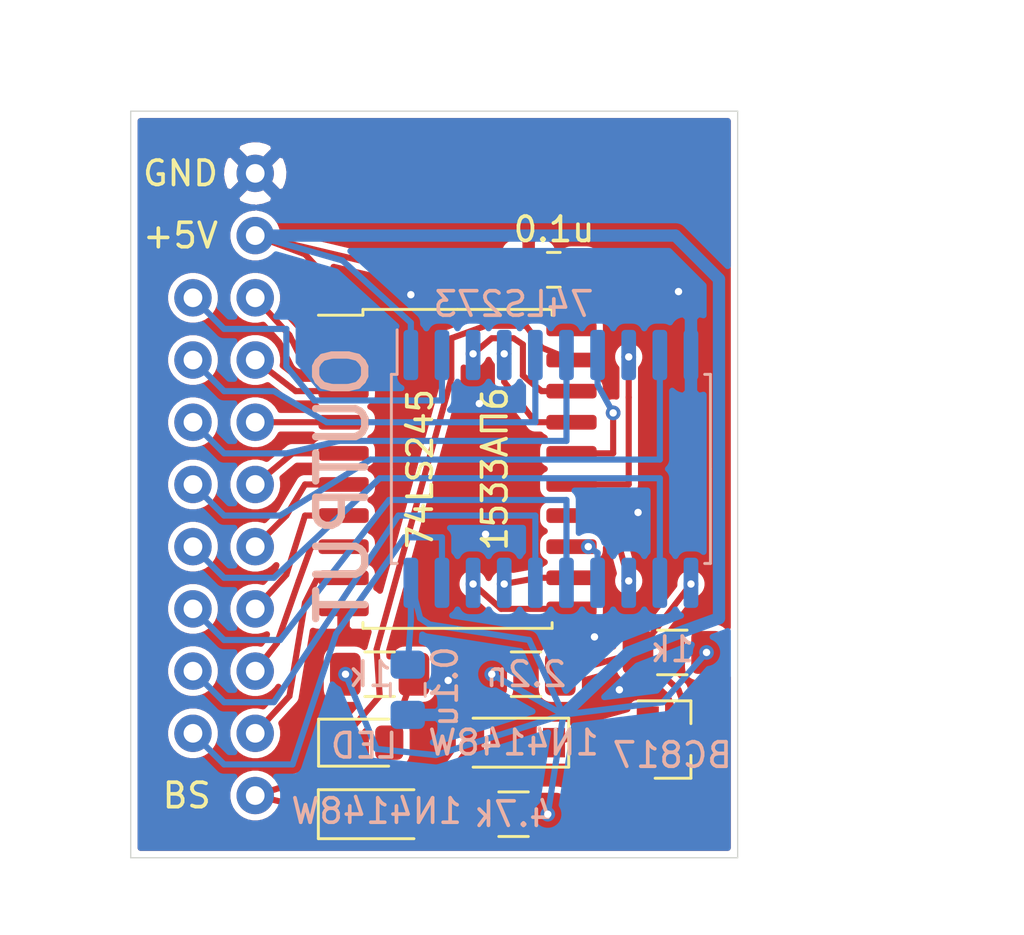
<source format=kicad_pcb>
(kicad_pcb (version 20171130) (host pcbnew 5.1.5+dfsg1-2build2)

  (general
    (thickness 0.8)
    (drawings 10)
    (tracks 165)
    (zones 0)
    (modules 13)
    (nets 32)
  )

  (page A4)
  (layers
    (0 F.Cu signal)
    (31 B.Cu signal)
    (32 B.Adhes user)
    (33 F.Adhes user)
    (34 B.Paste user)
    (35 F.Paste user)
    (36 B.SilkS user)
    (37 F.SilkS user)
    (38 B.Mask user)
    (39 F.Mask user)
    (40 Dwgs.User user)
    (41 Cmts.User user)
    (42 Eco1.User user)
    (43 Eco2.User user)
    (44 Edge.Cuts user)
    (45 Margin user)
    (46 B.CrtYd user)
    (47 F.CrtYd user)
    (48 B.Fab user)
    (49 F.Fab user)
  )

  (setup
    (last_trace_width 0.25)
    (user_trace_width 0.2)
    (user_trace_width 0.5)
    (user_trace_width 0.7)
    (trace_clearance 0.2)
    (zone_clearance 0.254)
    (zone_45_only no)
    (trace_min 0.2)
    (via_size 0.8)
    (via_drill 0.4)
    (via_min_size 0.4)
    (via_min_drill 0.3)
    (user_via 0.6 0.3)
    (uvia_size 0.3)
    (uvia_drill 0.1)
    (uvias_allowed no)
    (uvia_min_size 0.2)
    (uvia_min_drill 0.1)
    (edge_width 0.05)
    (segment_width 0.2)
    (pcb_text_width 0.3)
    (pcb_text_size 1.5 1.5)
    (mod_edge_width 0.12)
    (mod_text_size 1 1)
    (mod_text_width 0.15)
    (pad_size 1.7 1.7)
    (pad_drill 1)
    (pad_to_mask_clearance 0.051)
    (solder_mask_min_width 0.25)
    (aux_axis_origin 0 0)
    (visible_elements FFFFFF7F)
    (pcbplotparams
      (layerselection 0x010fc_ffffffff)
      (usegerberextensions true)
      (usegerberattributes false)
      (usegerberadvancedattributes false)
      (creategerberjobfile false)
      (excludeedgelayer true)
      (linewidth 0.100000)
      (plotframeref false)
      (viasonmask false)
      (mode 1)
      (useauxorigin false)
      (hpglpennumber 1)
      (hpglpenspeed 20)
      (hpglpendiameter 15.000000)
      (psnegative false)
      (psa4output false)
      (plotreference true)
      (plotvalue true)
      (plotinvisibletext false)
      (padsonsilk false)
      (subtractmaskfromsilk true)
      (outputformat 1)
      (mirror false)
      (drillshape 0)
      (scaleselection 1)
      (outputdirectory "gerber/"))
  )

  (net 0 "")
  (net 1 +5V)
  (net 2 GND)
  (net 3 BS)
  (net 4 TCLK)
  (net 5 BD1)
  (net 6 BD2)
  (net 7 BD3)
  (net 8 BD4)
  (net 9 BD5)
  (net 10 BD6)
  (net 11 BD7)
  (net 12 OPL7)
  (net 13 OPL6)
  (net 14 OPL5)
  (net 15 OPL4)
  (net 16 OPL3)
  (net 17 OPL2)
  (net 18 OPL1)
  (net 19 "Net-(D1-Pad2)")
  (net 20 "Net-(D2-Pad1)")
  (net 21 OPL0)
  (net 22 D7)
  (net 23 D6)
  (net 24 D5)
  (net 25 D4)
  (net 26 D3)
  (net 27 D2)
  (net 28 D1)
  (net 29 D0)
  (net 30 BD0)
  (net 31 "Net-(D3-Pad2)")

  (net_class Default "This is the default net class."
    (clearance 0.2)
    (trace_width 0.25)
    (via_dia 0.8)
    (via_drill 0.4)
    (uvia_dia 0.3)
    (uvia_drill 0.1)
    (add_net +5V)
    (add_net BD0)
    (add_net BD1)
    (add_net BD2)
    (add_net BD3)
    (add_net BD4)
    (add_net BD5)
    (add_net BD6)
    (add_net BD7)
    (add_net BS)
    (add_net D0)
    (add_net D1)
    (add_net D2)
    (add_net D3)
    (add_net D4)
    (add_net D5)
    (add_net D6)
    (add_net D7)
    (add_net GND)
    (add_net "Net-(D1-Pad2)")
    (add_net "Net-(D2-Pad1)")
    (add_net "Net-(D3-Pad2)")
    (add_net OPL0)
    (add_net OPL1)
    (add_net OPL2)
    (add_net OPL3)
    (add_net OPL4)
    (add_net OPL5)
    (add_net OPL6)
    (add_net OPL7)
    (add_net TCLK)
  )

  (module plc88:data_manager_im (layer F.Cu) (tedit 638C3B16) (tstamp 63A4A851)
    (at 121.92 33.02)
    (path /63A4AF27)
    (fp_text reference J1 (at 0 -1.905) (layer F.SilkS) hide
      (effects (font (size 1 1) (thickness 0.15)))
    )
    (fp_text value data_manager_i (at 0 -4.445) (layer F.Fab) hide
      (effects (font (size 1 1) (thickness 0.15)))
    )
    (fp_line (start -6.096 28.956) (end -6.096 1.524) (layer B.CrtYd) (width 0.12))
    (fp_line (start -1.524 28.956) (end -6.096 28.956) (layer B.CrtYd) (width 0.12))
    (fp_line (start -1.524 1.524) (end -1.524 28.956) (layer B.CrtYd) (width 0.12))
    (fp_line (start -6.096 1.524) (end -1.524 1.524) (layer B.CrtYd) (width 0.12))
    (fp_line (start -6.096 28.956) (end -6.096 1.524) (layer F.CrtYd) (width 0.12))
    (fp_line (start -1.524 28.956) (end -6.096 28.956) (layer F.CrtYd) (width 0.12))
    (fp_line (start -1.524 1.524) (end -1.524 28.956) (layer F.CrtYd) (width 0.12))
    (fp_line (start -6.096 1.524) (end -1.524 1.524) (layer F.CrtYd) (width 0.12))
    (pad 19 thru_hole circle (at -2.54 27.94) (size 1.524 1.524) (drill 0.762) (layers *.Cu *.Mask)
      (net 3 BS))
    (pad 18 thru_hole circle (at -2.54 5.08) (size 1.524 1.524) (drill 0.762) (layers *.Cu *.Mask)
      (net 1 +5V))
    (pad 17 thru_hole circle (at -2.54 2.54) (size 1.524 1.524) (drill 0.762) (layers *.Cu *.Mask)
      (net 2 GND))
    (pad 16 thru_hole circle (at -2.54 25.4) (size 1.524 1.524) (drill 0.762) (layers *.Cu *.Mask)
      (net 22 D7))
    (pad 15 thru_hole circle (at -5.08 25.4) (size 1.524 1.524) (drill 0.762) (layers *.Cu *.Mask)
      (net 12 OPL7))
    (pad 14 thru_hole circle (at -2.54 22.86) (size 1.524 1.524) (drill 0.762) (layers *.Cu *.Mask)
      (net 23 D6))
    (pad 13 thru_hole circle (at -5.08 22.86) (size 1.524 1.524) (drill 0.762) (layers *.Cu *.Mask)
      (net 13 OPL6))
    (pad 12 thru_hole circle (at -2.54 20.32) (size 1.524 1.524) (drill 0.762) (layers *.Cu *.Mask)
      (net 24 D5))
    (pad 11 thru_hole circle (at -5.08 20.32) (size 1.524 1.524) (drill 0.762) (layers *.Cu *.Mask)
      (net 14 OPL5))
    (pad 10 thru_hole circle (at -2.54 17.78) (size 1.524 1.524) (drill 0.762) (layers *.Cu *.Mask)
      (net 25 D4))
    (pad 9 thru_hole circle (at -5.08 17.78) (size 1.524 1.524) (drill 0.762) (layers *.Cu *.Mask)
      (net 15 OPL4))
    (pad 8 thru_hole circle (at -2.54 15.24) (size 1.524 1.524) (drill 0.762) (layers *.Cu *.Mask)
      (net 26 D3))
    (pad 7 thru_hole circle (at -5.08 15.24) (size 1.524 1.524) (drill 0.762) (layers *.Cu *.Mask)
      (net 16 OPL3))
    (pad 6 thru_hole circle (at -2.54 12.7) (size 1.524 1.524) (drill 0.762) (layers *.Cu *.Mask)
      (net 27 D2))
    (pad 5 thru_hole circle (at -5.08 12.7) (size 1.524 1.524) (drill 0.762) (layers *.Cu *.Mask)
      (net 17 OPL2))
    (pad 4 thru_hole circle (at -2.54 10.16) (size 1.524 1.524) (drill 0.762) (layers *.Cu *.Mask)
      (net 28 D1))
    (pad 3 thru_hole circle (at -5.08 10.16) (size 1.524 1.524) (drill 0.762) (layers *.Cu *.Mask)
      (net 18 OPL1))
    (pad 2 thru_hole circle (at -2.54 7.62) (size 1.524 1.524) (drill 0.762) (layers *.Cu *.Mask)
      (net 29 D0))
    (pad 1 thru_hole circle (at -5.08 7.62) (size 1.524 1.524) (drill 0.762) (layers *.Cu *.Mask)
      (net 21 OPL0))
  )

  (module Resistor_SMD:R_1206_3216Metric (layer F.Cu) (tedit 5B301BBD) (tstamp 634E4E57)
    (at 124.457 56.007 180)
    (descr "Resistor SMD 1206 (3216 Metric), square (rectangular) end terminal, IPC_7351 nominal, (Body size source: http://www.tortai-tech.com/upload/download/2011102023233369053.pdf), generated with kicad-footprint-generator")
    (tags resistor)
    (path /634EEABB)
    (attr smd)
    (fp_text reference R5 (at 0 -1.82) (layer F.SilkS) hide
      (effects (font (size 1 1) (thickness 0.15)))
    )
    (fp_text value 1k (at 0.378 0) (layer B.SilkS)
      (effects (font (size 1 1) (thickness 0.15)) (justify mirror))
    )
    (fp_text user %R (at 0 0) (layer F.Fab) hide
      (effects (font (size 0.8 0.8) (thickness 0.12)))
    )
    (fp_line (start 2.28 1.12) (end -2.28 1.12) (layer F.CrtYd) (width 0.05))
    (fp_line (start 2.28 -1.12) (end 2.28 1.12) (layer F.CrtYd) (width 0.05))
    (fp_line (start -2.28 -1.12) (end 2.28 -1.12) (layer F.CrtYd) (width 0.05))
    (fp_line (start -2.28 1.12) (end -2.28 -1.12) (layer F.CrtYd) (width 0.05))
    (fp_line (start -0.602064 0.91) (end 0.602064 0.91) (layer F.SilkS) (width 0.12))
    (fp_line (start -0.602064 -0.91) (end 0.602064 -0.91) (layer F.SilkS) (width 0.12))
    (fp_line (start 1.6 0.8) (end -1.6 0.8) (layer F.Fab) (width 0.1))
    (fp_line (start 1.6 -0.8) (end 1.6 0.8) (layer F.Fab) (width 0.1))
    (fp_line (start -1.6 -0.8) (end 1.6 -0.8) (layer F.Fab) (width 0.1))
    (fp_line (start -1.6 0.8) (end -1.6 -0.8) (layer F.Fab) (width 0.1))
    (pad 2 smd roundrect (at 1.4 0 180) (size 1.25 1.75) (layers F.Cu F.Paste F.Mask) (roundrect_rratio 0.2)
      (net 1 +5V))
    (pad 1 smd roundrect (at -1.4 0 180) (size 1.25 1.75) (layers F.Cu F.Paste F.Mask) (roundrect_rratio 0.2)
      (net 31 "Net-(D3-Pad2)"))
    (model ${KISYS3DMOD}/Resistor_SMD.3dshapes/R_1206_3216Metric.wrl
      (at (xyz 0 0 0))
      (scale (xyz 1 1 1))
      (rotate (xyz 0 0 0))
    )
  )

  (module LED_SMD:LED_0805_2012Metric_Pad1.15x1.40mm_HandSolder (layer F.Cu) (tedit 5B4B45C9) (tstamp 634E4CCE)
    (at 123.825 58.801)
    (descr "LED SMD 0805 (2012 Metric), square (rectangular) end terminal, IPC_7351 nominal, (Body size source: https://docs.google.com/spreadsheets/d/1BsfQQcO9C6DZCsRaXUlFlo91Tg2WpOkGARC1WS5S8t0/edit?usp=sharing), generated with kicad-footprint-generator")
    (tags "LED handsolder")
    (path /634E7EAA)
    (attr smd)
    (fp_text reference D3 (at 0 -1.65) (layer F.SilkS) hide
      (effects (font (size 1 1) (thickness 0.15)))
    )
    (fp_text value LED (at 0 0.127) (layer B.SilkS)
      (effects (font (size 1 1) (thickness 0.15)) (justify mirror))
    )
    (fp_text user %R (at 0 0) (layer F.Fab) hide
      (effects (font (size 0.5 0.5) (thickness 0.08)))
    )
    (fp_line (start 1.85 0.95) (end -1.85 0.95) (layer F.CrtYd) (width 0.05))
    (fp_line (start 1.85 -0.95) (end 1.85 0.95) (layer F.CrtYd) (width 0.05))
    (fp_line (start -1.85 -0.95) (end 1.85 -0.95) (layer F.CrtYd) (width 0.05))
    (fp_line (start -1.85 0.95) (end -1.85 -0.95) (layer F.CrtYd) (width 0.05))
    (fp_line (start -1.86 0.96) (end 1 0.96) (layer F.SilkS) (width 0.12))
    (fp_line (start -1.86 -0.96) (end -1.86 0.96) (layer F.SilkS) (width 0.12))
    (fp_line (start 1 -0.96) (end -1.86 -0.96) (layer F.SilkS) (width 0.12))
    (fp_line (start 1 0.6) (end 1 -0.6) (layer F.Fab) (width 0.1))
    (fp_line (start -1 0.6) (end 1 0.6) (layer F.Fab) (width 0.1))
    (fp_line (start -1 -0.3) (end -1 0.6) (layer F.Fab) (width 0.1))
    (fp_line (start -0.7 -0.6) (end -1 -0.3) (layer F.Fab) (width 0.1))
    (fp_line (start 1 -0.6) (end -0.7 -0.6) (layer F.Fab) (width 0.1))
    (pad 2 smd roundrect (at 1.025 0) (size 1.15 1.4) (layers F.Cu F.Paste F.Mask) (roundrect_rratio 0.217391)
      (net 31 "Net-(D3-Pad2)"))
    (pad 1 smd roundrect (at -1.025 0) (size 1.15 1.4) (layers F.Cu F.Paste F.Mask) (roundrect_rratio 0.217391)
      (net 3 BS))
    (model ${KISYS3DMOD}/LED_SMD.3dshapes/LED_0805_2012Metric.wrl
      (at (xyz 0 0 0))
      (scale (xyz 1 1 1))
      (rotate (xyz 0 0 0))
    )
  )

  (module Package_SO:SOIC-20W_7.5x12.8mm_P1.27mm (layer B.Cu) (tedit 5D9F72B1) (tstamp 634E16F9)
    (at 131.445 47.625 270)
    (descr "SOIC, 20 Pin (JEDEC MS-013AC, https://www.analog.com/media/en/package-pcb-resources/package/233848rw_20.pdf), generated with kicad-footprint-generator ipc_gullwing_generator.py")
    (tags "SOIC SO")
    (path /61CA7E47)
    (attr smd)
    (fp_text reference U2 (at 0 7.35 90) (layer B.SilkS) hide
      (effects (font (size 1 1) (thickness 0.15)) (justify mirror))
    )
    (fp_text value 74LS273 (at -6.731 1.524 180) (layer B.SilkS)
      (effects (font (size 1 1) (thickness 0.15)) (justify mirror))
    )
    (fp_text user %R (at 0 0 90) (layer B.Fab) hide
      (effects (font (size 1 1) (thickness 0.15)) (justify mirror))
    )
    (fp_line (start 5.93 6.65) (end -5.93 6.65) (layer B.CrtYd) (width 0.05))
    (fp_line (start 5.93 -6.65) (end 5.93 6.65) (layer B.CrtYd) (width 0.05))
    (fp_line (start -5.93 -6.65) (end 5.93 -6.65) (layer B.CrtYd) (width 0.05))
    (fp_line (start -5.93 6.65) (end -5.93 -6.65) (layer B.CrtYd) (width 0.05))
    (fp_line (start -3.75 5.4) (end -2.75 6.4) (layer B.Fab) (width 0.1))
    (fp_line (start -3.75 -6.4) (end -3.75 5.4) (layer B.Fab) (width 0.1))
    (fp_line (start 3.75 -6.4) (end -3.75 -6.4) (layer B.Fab) (width 0.1))
    (fp_line (start 3.75 6.4) (end 3.75 -6.4) (layer B.Fab) (width 0.1))
    (fp_line (start -2.75 6.4) (end 3.75 6.4) (layer B.Fab) (width 0.1))
    (fp_line (start -3.86 6.275) (end -5.675 6.275) (layer B.SilkS) (width 0.12))
    (fp_line (start -3.86 6.51) (end -3.86 6.275) (layer B.SilkS) (width 0.12))
    (fp_line (start 0 6.51) (end -3.86 6.51) (layer B.SilkS) (width 0.12))
    (fp_line (start 3.86 6.51) (end 3.86 6.275) (layer B.SilkS) (width 0.12))
    (fp_line (start 0 6.51) (end 3.86 6.51) (layer B.SilkS) (width 0.12))
    (fp_line (start -3.86 -6.51) (end -3.86 -6.275) (layer B.SilkS) (width 0.12))
    (fp_line (start 0 -6.51) (end -3.86 -6.51) (layer B.SilkS) (width 0.12))
    (fp_line (start 3.86 -6.51) (end 3.86 -6.275) (layer B.SilkS) (width 0.12))
    (fp_line (start 0 -6.51) (end 3.86 -6.51) (layer B.SilkS) (width 0.12))
    (pad 20 smd roundrect (at 4.65 5.715 270) (size 2.05 0.6) (layers B.Cu B.Paste B.Mask) (roundrect_rratio 0.25)
      (net 1 +5V))
    (pad 19 smd roundrect (at 4.65 4.445 270) (size 2.05 0.6) (layers B.Cu B.Paste B.Mask) (roundrect_rratio 0.25)
      (net 12 OPL7))
    (pad 18 smd roundrect (at 4.65 3.175 270) (size 2.05 0.6) (layers B.Cu B.Paste B.Mask) (roundrect_rratio 0.25)
      (net 11 BD7))
    (pad 17 smd roundrect (at 4.65 1.905 270) (size 2.05 0.6) (layers B.Cu B.Paste B.Mask) (roundrect_rratio 0.25)
      (net 10 BD6))
    (pad 16 smd roundrect (at 4.65 0.635 270) (size 2.05 0.6) (layers B.Cu B.Paste B.Mask) (roundrect_rratio 0.25)
      (net 13 OPL6))
    (pad 15 smd roundrect (at 4.65 -0.635 270) (size 2.05 0.6) (layers B.Cu B.Paste B.Mask) (roundrect_rratio 0.25)
      (net 14 OPL5))
    (pad 14 smd roundrect (at 4.65 -1.905 270) (size 2.05 0.6) (layers B.Cu B.Paste B.Mask) (roundrect_rratio 0.25)
      (net 9 BD5))
    (pad 13 smd roundrect (at 4.65 -3.175 270) (size 2.05 0.6) (layers B.Cu B.Paste B.Mask) (roundrect_rratio 0.25)
      (net 8 BD4))
    (pad 12 smd roundrect (at 4.65 -4.445 270) (size 2.05 0.6) (layers B.Cu B.Paste B.Mask) (roundrect_rratio 0.25)
      (net 15 OPL4))
    (pad 11 smd roundrect (at 4.65 -5.715 270) (size 2.05 0.6) (layers B.Cu B.Paste B.Mask) (roundrect_rratio 0.25)
      (net 4 TCLK))
    (pad 10 smd roundrect (at -4.65 -5.715 270) (size 2.05 0.6) (layers B.Cu B.Paste B.Mask) (roundrect_rratio 0.25)
      (net 2 GND))
    (pad 9 smd roundrect (at -4.65 -4.445 270) (size 2.05 0.6) (layers B.Cu B.Paste B.Mask) (roundrect_rratio 0.25)
      (net 16 OPL3))
    (pad 8 smd roundrect (at -4.65 -3.175 270) (size 2.05 0.6) (layers B.Cu B.Paste B.Mask) (roundrect_rratio 0.25)
      (net 7 BD3))
    (pad 7 smd roundrect (at -4.65 -1.905 270) (size 2.05 0.6) (layers B.Cu B.Paste B.Mask) (roundrect_rratio 0.25)
      (net 6 BD2))
    (pad 6 smd roundrect (at -4.65 -0.635 270) (size 2.05 0.6) (layers B.Cu B.Paste B.Mask) (roundrect_rratio 0.25)
      (net 17 OPL2))
    (pad 5 smd roundrect (at -4.65 0.635 270) (size 2.05 0.6) (layers B.Cu B.Paste B.Mask) (roundrect_rratio 0.25)
      (net 18 OPL1))
    (pad 4 smd roundrect (at -4.65 1.905 270) (size 2.05 0.6) (layers B.Cu B.Paste B.Mask) (roundrect_rratio 0.25)
      (net 5 BD1))
    (pad 3 smd roundrect (at -4.65 3.175 270) (size 2.05 0.6) (layers B.Cu B.Paste B.Mask) (roundrect_rratio 0.25)
      (net 30 BD0))
    (pad 2 smd roundrect (at -4.65 4.445 270) (size 2.05 0.6) (layers B.Cu B.Paste B.Mask) (roundrect_rratio 0.25)
      (net 21 OPL0))
    (pad 1 smd roundrect (at -4.65 5.715 270) (size 2.05 0.6) (layers B.Cu B.Paste B.Mask) (roundrect_rratio 0.25)
      (net 1 +5V))
    (model ${KISYS3DMOD}/Package_SO.3dshapes/SOIC-20W_7.5x12.8mm_P1.27mm.wrl
      (at (xyz 0 0 0))
      (scale (xyz 1 1 1))
      (rotate (xyz 0 0 0))
    )
  )

  (module Package_SO:SOIC-20W_7.5x12.8mm_P1.27mm (layer F.Cu) (tedit 5D9F72B1) (tstamp 634E16CE)
    (at 127.635 47.625)
    (descr "SOIC, 20 Pin (JEDEC MS-013AC, https://www.analog.com/media/en/package-pcb-resources/package/233848rw_20.pdf), generated with kicad-footprint-generator ipc_gullwing_generator.py")
    (tags "SOIC SO")
    (path /61CA7483)
    (attr smd)
    (fp_text reference U1 (at 0 -7.35) (layer F.SilkS) hide
      (effects (font (size 1 1) (thickness 0.15)))
    )
    (fp_text value 74LS245 (at -1.524 0 90) (layer F.SilkS)
      (effects (font (size 1 1) (thickness 0.15)))
    )
    (fp_text user %R (at 0 0) (layer F.Fab) hide
      (effects (font (size 1 1) (thickness 0.15)))
    )
    (fp_line (start 5.93 -6.65) (end -5.93 -6.65) (layer F.CrtYd) (width 0.05))
    (fp_line (start 5.93 6.65) (end 5.93 -6.65) (layer F.CrtYd) (width 0.05))
    (fp_line (start -5.93 6.65) (end 5.93 6.65) (layer F.CrtYd) (width 0.05))
    (fp_line (start -5.93 -6.65) (end -5.93 6.65) (layer F.CrtYd) (width 0.05))
    (fp_line (start -3.75 -5.4) (end -2.75 -6.4) (layer F.Fab) (width 0.1))
    (fp_line (start -3.75 6.4) (end -3.75 -5.4) (layer F.Fab) (width 0.1))
    (fp_line (start 3.75 6.4) (end -3.75 6.4) (layer F.Fab) (width 0.1))
    (fp_line (start 3.75 -6.4) (end 3.75 6.4) (layer F.Fab) (width 0.1))
    (fp_line (start -2.75 -6.4) (end 3.75 -6.4) (layer F.Fab) (width 0.1))
    (fp_line (start -3.86 -6.275) (end -5.675 -6.275) (layer F.SilkS) (width 0.12))
    (fp_line (start -3.86 -6.51) (end -3.86 -6.275) (layer F.SilkS) (width 0.12))
    (fp_line (start 0 -6.51) (end -3.86 -6.51) (layer F.SilkS) (width 0.12))
    (fp_line (start 3.86 -6.51) (end 3.86 -6.275) (layer F.SilkS) (width 0.12))
    (fp_line (start 0 -6.51) (end 3.86 -6.51) (layer F.SilkS) (width 0.12))
    (fp_line (start -3.86 6.51) (end -3.86 6.275) (layer F.SilkS) (width 0.12))
    (fp_line (start 0 6.51) (end -3.86 6.51) (layer F.SilkS) (width 0.12))
    (fp_line (start 3.86 6.51) (end 3.86 6.275) (layer F.SilkS) (width 0.12))
    (fp_line (start 0 6.51) (end 3.86 6.51) (layer F.SilkS) (width 0.12))
    (fp_text user 1533АП6 (at 1.524 0 90) (layer F.SilkS)
      (effects (font (size 1 1) (thickness 0.15)))
    )
    (pad 20 smd roundrect (at 4.65 -5.715) (size 2.05 0.6) (layers F.Cu F.Paste F.Mask) (roundrect_rratio 0.25)
      (net 1 +5V))
    (pad 19 smd roundrect (at 4.65 -4.445) (size 2.05 0.6) (layers F.Cu F.Paste F.Mask) (roundrect_rratio 0.25)
      (net 3 BS))
    (pad 18 smd roundrect (at 4.65 -3.175) (size 2.05 0.6) (layers F.Cu F.Paste F.Mask) (roundrect_rratio 0.25)
      (net 30 BD0))
    (pad 17 smd roundrect (at 4.65 -1.905) (size 2.05 0.6) (layers F.Cu F.Paste F.Mask) (roundrect_rratio 0.25)
      (net 5 BD1))
    (pad 16 smd roundrect (at 4.65 -0.635) (size 2.05 0.6) (layers F.Cu F.Paste F.Mask) (roundrect_rratio 0.25)
      (net 6 BD2))
    (pad 15 smd roundrect (at 4.65 0.635) (size 2.05 0.6) (layers F.Cu F.Paste F.Mask) (roundrect_rratio 0.25)
      (net 7 BD3))
    (pad 14 smd roundrect (at 4.65 1.905) (size 2.05 0.6) (layers F.Cu F.Paste F.Mask) (roundrect_rratio 0.25)
      (net 8 BD4))
    (pad 13 smd roundrect (at 4.65 3.175) (size 2.05 0.6) (layers F.Cu F.Paste F.Mask) (roundrect_rratio 0.25)
      (net 9 BD5))
    (pad 12 smd roundrect (at 4.65 4.445) (size 2.05 0.6) (layers F.Cu F.Paste F.Mask) (roundrect_rratio 0.25)
      (net 10 BD6))
    (pad 11 smd roundrect (at 4.65 5.715) (size 2.05 0.6) (layers F.Cu F.Paste F.Mask) (roundrect_rratio 0.25)
      (net 11 BD7))
    (pad 10 smd roundrect (at -4.65 5.715) (size 2.05 0.6) (layers F.Cu F.Paste F.Mask) (roundrect_rratio 0.25)
      (net 2 GND))
    (pad 9 smd roundrect (at -4.65 4.445) (size 2.05 0.6) (layers F.Cu F.Paste F.Mask) (roundrect_rratio 0.25)
      (net 22 D7))
    (pad 8 smd roundrect (at -4.65 3.175) (size 2.05 0.6) (layers F.Cu F.Paste F.Mask) (roundrect_rratio 0.25)
      (net 23 D6))
    (pad 7 smd roundrect (at -4.65 1.905) (size 2.05 0.6) (layers F.Cu F.Paste F.Mask) (roundrect_rratio 0.25)
      (net 24 D5))
    (pad 6 smd roundrect (at -4.65 0.635) (size 2.05 0.6) (layers F.Cu F.Paste F.Mask) (roundrect_rratio 0.25)
      (net 25 D4))
    (pad 5 smd roundrect (at -4.65 -0.635) (size 2.05 0.6) (layers F.Cu F.Paste F.Mask) (roundrect_rratio 0.25)
      (net 26 D3))
    (pad 4 smd roundrect (at -4.65 -1.905) (size 2.05 0.6) (layers F.Cu F.Paste F.Mask) (roundrect_rratio 0.25)
      (net 27 D2))
    (pad 3 smd roundrect (at -4.65 -3.175) (size 2.05 0.6) (layers F.Cu F.Paste F.Mask) (roundrect_rratio 0.25)
      (net 28 D1))
    (pad 2 smd roundrect (at -4.65 -4.445) (size 2.05 0.6) (layers F.Cu F.Paste F.Mask) (roundrect_rratio 0.25)
      (net 29 D0))
    (pad 1 smd roundrect (at -4.65 -5.715) (size 2.05 0.6) (layers F.Cu F.Paste F.Mask) (roundrect_rratio 0.25)
      (net 1 +5V))
    (model ${KISYS3DMOD}/Package_SO.3dshapes/SOIC-20W_7.5x12.8mm_P1.27mm.wrl
      (at (xyz 0 0 0))
      (scale (xyz 1 1 1))
      (rotate (xyz 0 0 0))
    )
  )

  (module Resistor_SMD:R_1206_3216Metric (layer F.Cu) (tedit 5B301BBD) (tstamp 634E16A3)
    (at 136.398 55.118 180)
    (descr "Resistor SMD 1206 (3216 Metric), square (rectangular) end terminal, IPC_7351 nominal, (Body size source: http://www.tortai-tech.com/upload/download/2011102023233369053.pdf), generated with kicad-footprint-generator")
    (tags resistor)
    (path /6350EA50)
    (attr smd)
    (fp_text reference R4 (at 0 -1.82) (layer F.SilkS) hide
      (effects (font (size 1 1) (thickness 0.15)))
    )
    (fp_text value 1k (at 0 0.127) (layer B.SilkS)
      (effects (font (size 1 1) (thickness 0.15)) (justify mirror))
    )
    (fp_text user %R (at 0 0) (layer F.Fab) hide
      (effects (font (size 0.8 0.8) (thickness 0.12)))
    )
    (fp_line (start 2.28 1.12) (end -2.28 1.12) (layer F.CrtYd) (width 0.05))
    (fp_line (start 2.28 -1.12) (end 2.28 1.12) (layer F.CrtYd) (width 0.05))
    (fp_line (start -2.28 -1.12) (end 2.28 -1.12) (layer F.CrtYd) (width 0.05))
    (fp_line (start -2.28 1.12) (end -2.28 -1.12) (layer F.CrtYd) (width 0.05))
    (fp_line (start -0.602064 0.91) (end 0.602064 0.91) (layer F.SilkS) (width 0.12))
    (fp_line (start -0.602064 -0.91) (end 0.602064 -0.91) (layer F.SilkS) (width 0.12))
    (fp_line (start 1.6 0.8) (end -1.6 0.8) (layer F.Fab) (width 0.1))
    (fp_line (start 1.6 -0.8) (end 1.6 0.8) (layer F.Fab) (width 0.1))
    (fp_line (start -1.6 -0.8) (end 1.6 -0.8) (layer F.Fab) (width 0.1))
    (fp_line (start -1.6 0.8) (end -1.6 -0.8) (layer F.Fab) (width 0.1))
    (pad 2 smd roundrect (at 1.4 0 180) (size 1.25 1.75) (layers F.Cu F.Paste F.Mask) (roundrect_rratio 0.2)
      (net 4 TCLK))
    (pad 1 smd roundrect (at -1.4 0 180) (size 1.25 1.75) (layers F.Cu F.Paste F.Mask) (roundrect_rratio 0.2)
      (net 1 +5V))
    (model ${KISYS3DMOD}/Resistor_SMD.3dshapes/R_1206_3216Metric.wrl
      (at (xyz 0 0 0))
      (scale (xyz 1 1 1))
      (rotate (xyz 0 0 0))
    )
  )

  (module Resistor_SMD:R_1206_3216Metric (layer F.Cu) (tedit 5B301BBD) (tstamp 634E1692)
    (at 129.921 61.722 180)
    (descr "Resistor SMD 1206 (3216 Metric), square (rectangular) end terminal, IPC_7351 nominal, (Body size source: http://www.tortai-tech.com/upload/download/2011102023233369053.pdf), generated with kicad-footprint-generator")
    (tags resistor)
    (path /6350E4EB)
    (attr smd)
    (fp_text reference R3 (at 0 -1.82) (layer F.SilkS) hide
      (effects (font (size 1 1) (thickness 0.15)))
    )
    (fp_text value 4.7k (at 0 0) (layer B.SilkS)
      (effects (font (size 1 1) (thickness 0.15)) (justify mirror))
    )
    (fp_text user %R (at 0 0) (layer F.Fab) hide
      (effects (font (size 0.8 0.8) (thickness 0.12)))
    )
    (fp_line (start 2.28 1.12) (end -2.28 1.12) (layer F.CrtYd) (width 0.05))
    (fp_line (start 2.28 -1.12) (end 2.28 1.12) (layer F.CrtYd) (width 0.05))
    (fp_line (start -2.28 -1.12) (end 2.28 -1.12) (layer F.CrtYd) (width 0.05))
    (fp_line (start -2.28 1.12) (end -2.28 -1.12) (layer F.CrtYd) (width 0.05))
    (fp_line (start -0.602064 0.91) (end 0.602064 0.91) (layer F.SilkS) (width 0.12))
    (fp_line (start -0.602064 -0.91) (end 0.602064 -0.91) (layer F.SilkS) (width 0.12))
    (fp_line (start 1.6 0.8) (end -1.6 0.8) (layer F.Fab) (width 0.1))
    (fp_line (start 1.6 -0.8) (end 1.6 0.8) (layer F.Fab) (width 0.1))
    (fp_line (start -1.6 -0.8) (end 1.6 -0.8) (layer F.Fab) (width 0.1))
    (fp_line (start -1.6 0.8) (end -1.6 -0.8) (layer F.Fab) (width 0.1))
    (pad 2 smd roundrect (at 1.4 0 180) (size 1.25 1.75) (layers F.Cu F.Paste F.Mask) (roundrect_rratio 0.2)
      (net 19 "Net-(D1-Pad2)"))
    (pad 1 smd roundrect (at -1.4 0 180) (size 1.25 1.75) (layers F.Cu F.Paste F.Mask) (roundrect_rratio 0.2)
      (net 1 +5V))
    (model ${KISYS3DMOD}/Resistor_SMD.3dshapes/R_1206_3216Metric.wrl
      (at (xyz 0 0 0))
      (scale (xyz 1 1 1))
      (rotate (xyz 0 0 0))
    )
  )

  (module Package_TO_SOT_SMD:SOT-23 (layer F.Cu) (tedit 5A02FF57) (tstamp 634E165F)
    (at 136.398 58.674)
    (descr "SOT-23, Standard")
    (tags SOT-23)
    (path /6350FE0F)
    (attr smd)
    (fp_text reference Q1 (at 0 -2.5) (layer F.SilkS) hide
      (effects (font (size 1 1) (thickness 0.15)))
    )
    (fp_text value BC817 (at 0 0.635) (layer B.SilkS)
      (effects (font (size 1 1) (thickness 0.15)) (justify mirror))
    )
    (fp_line (start 0.76 1.58) (end -0.7 1.58) (layer F.SilkS) (width 0.12))
    (fp_line (start 0.76 -1.58) (end -1.4 -1.58) (layer F.SilkS) (width 0.12))
    (fp_line (start -1.7 1.75) (end -1.7 -1.75) (layer F.CrtYd) (width 0.05))
    (fp_line (start 1.7 1.75) (end -1.7 1.75) (layer F.CrtYd) (width 0.05))
    (fp_line (start 1.7 -1.75) (end 1.7 1.75) (layer F.CrtYd) (width 0.05))
    (fp_line (start -1.7 -1.75) (end 1.7 -1.75) (layer F.CrtYd) (width 0.05))
    (fp_line (start 0.76 -1.58) (end 0.76 -0.65) (layer F.SilkS) (width 0.12))
    (fp_line (start 0.76 1.58) (end 0.76 0.65) (layer F.SilkS) (width 0.12))
    (fp_line (start -0.7 1.52) (end 0.7 1.52) (layer F.Fab) (width 0.1))
    (fp_line (start 0.7 -1.52) (end 0.7 1.52) (layer F.Fab) (width 0.1))
    (fp_line (start -0.7 -0.95) (end -0.15 -1.52) (layer F.Fab) (width 0.1))
    (fp_line (start -0.15 -1.52) (end 0.7 -1.52) (layer F.Fab) (width 0.1))
    (fp_line (start -0.7 -0.95) (end -0.7 1.5) (layer F.Fab) (width 0.1))
    (fp_text user %R (at 0 0 90) (layer F.Fab) hide
      (effects (font (size 0.5 0.5) (thickness 0.075)))
    )
    (pad 3 smd rect (at 1 0) (size 0.9 0.8) (layers F.Cu F.Paste F.Mask)
      (net 4 TCLK))
    (pad 2 smd rect (at -1 0.95) (size 0.9 0.8) (layers F.Cu F.Paste F.Mask)
      (net 2 GND))
    (pad 1 smd rect (at -1 -0.95) (size 0.9 0.8) (layers F.Cu F.Paste F.Mask)
      (net 20 "Net-(D2-Pad1)"))
    (model ${KISYS3DMOD}/Package_TO_SOT_SMD.3dshapes/SOT-23.wrl
      (at (xyz 0 0 0))
      (scale (xyz 1 1 1))
      (rotate (xyz 0 0 0))
    )
  )

  (module Diode_SMD:D_SOD-123 (layer F.Cu) (tedit 58645DC7) (tstamp 634E15ED)
    (at 129.921 58.801 180)
    (descr SOD-123)
    (tags SOD-123)
    (path /6350F6DF)
    (attr smd)
    (fp_text reference D2 (at 0 -2) (layer F.SilkS) hide
      (effects (font (size 1 1) (thickness 0.15)))
    )
    (fp_text value 1N4148W (at 0 0) (layer B.SilkS)
      (effects (font (size 1 1) (thickness 0.15)) (justify mirror))
    )
    (fp_line (start -2.25 -1) (end 1.65 -1) (layer F.SilkS) (width 0.12))
    (fp_line (start -2.25 1) (end 1.65 1) (layer F.SilkS) (width 0.12))
    (fp_line (start -2.35 -1.15) (end -2.35 1.15) (layer F.CrtYd) (width 0.05))
    (fp_line (start 2.35 1.15) (end -2.35 1.15) (layer F.CrtYd) (width 0.05))
    (fp_line (start 2.35 -1.15) (end 2.35 1.15) (layer F.CrtYd) (width 0.05))
    (fp_line (start -2.35 -1.15) (end 2.35 -1.15) (layer F.CrtYd) (width 0.05))
    (fp_line (start -1.4 -0.9) (end 1.4 -0.9) (layer F.Fab) (width 0.1))
    (fp_line (start 1.4 -0.9) (end 1.4 0.9) (layer F.Fab) (width 0.1))
    (fp_line (start 1.4 0.9) (end -1.4 0.9) (layer F.Fab) (width 0.1))
    (fp_line (start -1.4 0.9) (end -1.4 -0.9) (layer F.Fab) (width 0.1))
    (fp_line (start -0.75 0) (end -0.35 0) (layer F.Fab) (width 0.1))
    (fp_line (start -0.35 0) (end -0.35 -0.55) (layer F.Fab) (width 0.1))
    (fp_line (start -0.35 0) (end -0.35 0.55) (layer F.Fab) (width 0.1))
    (fp_line (start -0.35 0) (end 0.25 -0.4) (layer F.Fab) (width 0.1))
    (fp_line (start 0.25 -0.4) (end 0.25 0.4) (layer F.Fab) (width 0.1))
    (fp_line (start 0.25 0.4) (end -0.35 0) (layer F.Fab) (width 0.1))
    (fp_line (start 0.25 0) (end 0.75 0) (layer F.Fab) (width 0.1))
    (fp_line (start -2.25 -1) (end -2.25 1) (layer F.SilkS) (width 0.12))
    (fp_text user %R (at 0 -2) (layer F.Fab) hide
      (effects (font (size 1 1) (thickness 0.15)))
    )
    (pad 2 smd rect (at 1.65 0 180) (size 0.9 1.2) (layers F.Cu F.Paste F.Mask)
      (net 19 "Net-(D1-Pad2)"))
    (pad 1 smd rect (at -1.65 0 180) (size 0.9 1.2) (layers F.Cu F.Paste F.Mask)
      (net 20 "Net-(D2-Pad1)"))
    (model ${KISYS3DMOD}/Diode_SMD.3dshapes/D_SOD-123.wrl
      (at (xyz 0 0 0))
      (scale (xyz 1 1 1))
      (rotate (xyz 0 0 0))
    )
  )

  (module Diode_SMD:D_SOD-123 (layer F.Cu) (tedit 58645DC7) (tstamp 634E15D4)
    (at 124.206 61.722)
    (descr SOD-123)
    (tags SOD-123)
    (path /6350F0B9)
    (attr smd)
    (fp_text reference D1 (at 0 -2) (layer F.SilkS) hide
      (effects (font (size 1 1) (thickness 0.15)))
    )
    (fp_text value 1N4148W (at 0.127 -0.127) (layer B.SilkS)
      (effects (font (size 1 1) (thickness 0.15)) (justify mirror))
    )
    (fp_line (start -2.25 -1) (end 1.65 -1) (layer F.SilkS) (width 0.12))
    (fp_line (start -2.25 1) (end 1.65 1) (layer F.SilkS) (width 0.12))
    (fp_line (start -2.35 -1.15) (end -2.35 1.15) (layer F.CrtYd) (width 0.05))
    (fp_line (start 2.35 1.15) (end -2.35 1.15) (layer F.CrtYd) (width 0.05))
    (fp_line (start 2.35 -1.15) (end 2.35 1.15) (layer F.CrtYd) (width 0.05))
    (fp_line (start -2.35 -1.15) (end 2.35 -1.15) (layer F.CrtYd) (width 0.05))
    (fp_line (start -1.4 -0.9) (end 1.4 -0.9) (layer F.Fab) (width 0.1))
    (fp_line (start 1.4 -0.9) (end 1.4 0.9) (layer F.Fab) (width 0.1))
    (fp_line (start 1.4 0.9) (end -1.4 0.9) (layer F.Fab) (width 0.1))
    (fp_line (start -1.4 0.9) (end -1.4 -0.9) (layer F.Fab) (width 0.1))
    (fp_line (start -0.75 0) (end -0.35 0) (layer F.Fab) (width 0.1))
    (fp_line (start -0.35 0) (end -0.35 -0.55) (layer F.Fab) (width 0.1))
    (fp_line (start -0.35 0) (end -0.35 0.55) (layer F.Fab) (width 0.1))
    (fp_line (start -0.35 0) (end 0.25 -0.4) (layer F.Fab) (width 0.1))
    (fp_line (start 0.25 -0.4) (end 0.25 0.4) (layer F.Fab) (width 0.1))
    (fp_line (start 0.25 0.4) (end -0.35 0) (layer F.Fab) (width 0.1))
    (fp_line (start 0.25 0) (end 0.75 0) (layer F.Fab) (width 0.1))
    (fp_line (start -2.25 -1) (end -2.25 1) (layer F.SilkS) (width 0.12))
    (fp_text user %R (at 0 -2) (layer F.Fab) hide
      (effects (font (size 1 1) (thickness 0.15)))
    )
    (pad 2 smd rect (at 1.65 0) (size 0.9 1.2) (layers F.Cu F.Paste F.Mask)
      (net 19 "Net-(D1-Pad2)"))
    (pad 1 smd rect (at -1.65 0) (size 0.9 1.2) (layers F.Cu F.Paste F.Mask)
      (net 3 BS))
    (model ${KISYS3DMOD}/Diode_SMD.3dshapes/D_SOD-123.wrl
      (at (xyz 0 0 0))
      (scale (xyz 1 1 1))
      (rotate (xyz 0 0 0))
    )
  )

  (module Capacitor_SMD:C_1206_3216Metric (layer F.Cu) (tedit 5B301BBE) (tstamp 634E15BB)
    (at 130.429 56.007)
    (descr "Capacitor SMD 1206 (3216 Metric), square (rectangular) end terminal, IPC_7351 nominal, (Body size source: http://www.tortai-tech.com/upload/download/2011102023233369053.pdf), generated with kicad-footprint-generator")
    (tags capacitor)
    (path /6353446E)
    (attr smd)
    (fp_text reference C3 (at 0 -1.82) (layer F.SilkS) hide
      (effects (font (size 1 1) (thickness 0.15)))
    )
    (fp_text value 2.2n (at 0 0) (layer B.SilkS)
      (effects (font (size 1 1) (thickness 0.15)) (justify mirror))
    )
    (fp_text user %R (at 0 0) (layer F.Fab) hide
      (effects (font (size 0.8 0.8) (thickness 0.12)))
    )
    (fp_line (start 2.28 1.12) (end -2.28 1.12) (layer F.CrtYd) (width 0.05))
    (fp_line (start 2.28 -1.12) (end 2.28 1.12) (layer F.CrtYd) (width 0.05))
    (fp_line (start -2.28 -1.12) (end 2.28 -1.12) (layer F.CrtYd) (width 0.05))
    (fp_line (start -2.28 1.12) (end -2.28 -1.12) (layer F.CrtYd) (width 0.05))
    (fp_line (start -0.602064 0.91) (end 0.602064 0.91) (layer F.SilkS) (width 0.12))
    (fp_line (start -0.602064 -0.91) (end 0.602064 -0.91) (layer F.SilkS) (width 0.12))
    (fp_line (start 1.6 0.8) (end -1.6 0.8) (layer F.Fab) (width 0.1))
    (fp_line (start 1.6 -0.8) (end 1.6 0.8) (layer F.Fab) (width 0.1))
    (fp_line (start -1.6 -0.8) (end 1.6 -0.8) (layer F.Fab) (width 0.1))
    (fp_line (start -1.6 0.8) (end -1.6 -0.8) (layer F.Fab) (width 0.1))
    (pad 2 smd roundrect (at 1.4 0) (size 1.25 1.75) (layers F.Cu F.Paste F.Mask) (roundrect_rratio 0.2)
      (net 4 TCLK))
    (pad 1 smd roundrect (at -1.4 0) (size 1.25 1.75) (layers F.Cu F.Paste F.Mask) (roundrect_rratio 0.2)
      (net 1 +5V))
    (model ${KISYS3DMOD}/Capacitor_SMD.3dshapes/C_1206_3216Metric.wrl
      (at (xyz 0 0 0))
      (scale (xyz 1 1 1))
      (rotate (xyz 0 0 0))
    )
  )

  (module Capacitor_SMD:C_0805_2012Metric_Pad1.15x1.40mm_HandSolder (layer B.Cu) (tedit 5B36C52B) (tstamp 634E15AA)
    (at 125.603 56.642 90)
    (descr "Capacitor SMD 0805 (2012 Metric), square (rectangular) end terminal, IPC_7351 nominal with elongated pad for handsoldering. (Body size source: https://docs.google.com/spreadsheets/d/1BsfQQcO9C6DZCsRaXUlFlo91Tg2WpOkGARC1WS5S8t0/edit?usp=sharing), generated with kicad-footprint-generator")
    (tags "capacitor handsolder")
    (path /61CBFE5C)
    (attr smd)
    (fp_text reference C2 (at 0 1.65 -90) (layer B.SilkS) hide
      (effects (font (size 1 1) (thickness 0.15)) (justify mirror))
    )
    (fp_text value 0.1u (at 0.127 1.524 270) (layer B.SilkS)
      (effects (font (size 1 1) (thickness 0.15)) (justify mirror))
    )
    (fp_text user %R (at 0 0 -90) (layer B.Fab) hide
      (effects (font (size 0.5 0.5) (thickness 0.08)) (justify mirror))
    )
    (fp_line (start 1.85 -0.95) (end -1.85 -0.95) (layer B.CrtYd) (width 0.05))
    (fp_line (start 1.85 0.95) (end 1.85 -0.95) (layer B.CrtYd) (width 0.05))
    (fp_line (start -1.85 0.95) (end 1.85 0.95) (layer B.CrtYd) (width 0.05))
    (fp_line (start -1.85 -0.95) (end -1.85 0.95) (layer B.CrtYd) (width 0.05))
    (fp_line (start -0.261252 -0.71) (end 0.261252 -0.71) (layer B.SilkS) (width 0.12))
    (fp_line (start -0.261252 0.71) (end 0.261252 0.71) (layer B.SilkS) (width 0.12))
    (fp_line (start 1 -0.6) (end -1 -0.6) (layer B.Fab) (width 0.1))
    (fp_line (start 1 0.6) (end 1 -0.6) (layer B.Fab) (width 0.1))
    (fp_line (start -1 0.6) (end 1 0.6) (layer B.Fab) (width 0.1))
    (fp_line (start -1 -0.6) (end -1 0.6) (layer B.Fab) (width 0.1))
    (pad 2 smd roundrect (at 1.025 0 90) (size 1.15 1.4) (layers B.Cu B.Paste B.Mask) (roundrect_rratio 0.217391)
      (net 1 +5V))
    (pad 1 smd roundrect (at -1.025 0 90) (size 1.15 1.4) (layers B.Cu B.Paste B.Mask) (roundrect_rratio 0.217391)
      (net 2 GND))
    (model ${KISYS3DMOD}/Capacitor_SMD.3dshapes/C_0805_2012Metric.wrl
      (at (xyz 0 0 0))
      (scale (xyz 1 1 1))
      (rotate (xyz 0 0 0))
    )
  )

  (module Capacitor_SMD:C_0805_2012Metric_Pad1.15x1.40mm_HandSolder (layer F.Cu) (tedit 5B36C52B) (tstamp 634E1599)
    (at 131.563 39.497)
    (descr "Capacitor SMD 0805 (2012 Metric), square (rectangular) end terminal, IPC_7351 nominal with elongated pad for handsoldering. (Body size source: https://docs.google.com/spreadsheets/d/1BsfQQcO9C6DZCsRaXUlFlo91Tg2WpOkGARC1WS5S8t0/edit?usp=sharing), generated with kicad-footprint-generator")
    (tags "capacitor handsolder")
    (path /61CBF854)
    (attr smd)
    (fp_text reference C1 (at 0 -1.65) (layer F.SilkS) hide
      (effects (font (size 1 1) (thickness 0.15)))
    )
    (fp_text value 0.1u (at 0.009 -1.651) (layer F.SilkS)
      (effects (font (size 1 1) (thickness 0.15)))
    )
    (fp_text user %R (at 0 0) (layer F.Fab) hide
      (effects (font (size 0.5 0.5) (thickness 0.08)))
    )
    (fp_line (start 1.85 0.95) (end -1.85 0.95) (layer F.CrtYd) (width 0.05))
    (fp_line (start 1.85 -0.95) (end 1.85 0.95) (layer F.CrtYd) (width 0.05))
    (fp_line (start -1.85 -0.95) (end 1.85 -0.95) (layer F.CrtYd) (width 0.05))
    (fp_line (start -1.85 0.95) (end -1.85 -0.95) (layer F.CrtYd) (width 0.05))
    (fp_line (start -0.261252 0.71) (end 0.261252 0.71) (layer F.SilkS) (width 0.12))
    (fp_line (start -0.261252 -0.71) (end 0.261252 -0.71) (layer F.SilkS) (width 0.12))
    (fp_line (start 1 0.6) (end -1 0.6) (layer F.Fab) (width 0.1))
    (fp_line (start 1 -0.6) (end 1 0.6) (layer F.Fab) (width 0.1))
    (fp_line (start -1 -0.6) (end 1 -0.6) (layer F.Fab) (width 0.1))
    (fp_line (start -1 0.6) (end -1 -0.6) (layer F.Fab) (width 0.1))
    (pad 2 smd roundrect (at 1.025 0) (size 1.15 1.4) (layers F.Cu F.Paste F.Mask) (roundrect_rratio 0.217391)
      (net 1 +5V))
    (pad 1 smd roundrect (at -1.025 0) (size 1.15 1.4) (layers F.Cu F.Paste F.Mask) (roundrect_rratio 0.217391)
      (net 2 GND))
    (model ${KISYS3DMOD}/Capacitor_SMD.3dshapes/C_0805_2012Metric.wrl
      (at (xyz 0 0 0))
      (scale (xyz 1 1 1))
      (rotate (xyz 0 0 0))
    )
  )

  (gr_text OUTPUT (at 122.936 48.26 90) (layer B.SilkS)
    (effects (font (size 2 2) (thickness 0.3)) (justify mirror))
  )
  (gr_text GND (at 116.332 35.56) (layer F.SilkS)
    (effects (font (size 1 1) (thickness 0.15)))
  )
  (gr_text +5V (at 116.332 38.1) (layer F.SilkS)
    (effects (font (size 1 1) (thickness 0.15)))
  )
  (gr_text BS (at 116.586 60.96) (layer F.SilkS)
    (effects (font (size 1 1) (thickness 0.15)))
  )
  (dimension 30.48 (width 0.15) (layer F.Fab)
    (gr_text "30,480 mm" (at 142.905 48.26 270) (layer F.Fab)
      (effects (font (size 1 1) (thickness 0.15)))
    )
    (feature1 (pts (xy 139.7 63.5) (xy 142.191421 63.5)))
    (feature2 (pts (xy 139.7 33.02) (xy 142.191421 33.02)))
    (crossbar (pts (xy 141.605 33.02) (xy 141.605 63.5)))
    (arrow1a (pts (xy 141.605 63.5) (xy 141.018579 62.373496)))
    (arrow1b (pts (xy 141.605 63.5) (xy 142.191421 62.373496)))
    (arrow2a (pts (xy 141.605 33.02) (xy 141.018579 34.146504)))
    (arrow2b (pts (xy 141.605 33.02) (xy 142.191421 34.146504)))
  )
  (dimension 24.765 (width 0.15) (layer F.Fab)
    (gr_text "24,765 mm" (at 126.6825 29.18) (layer F.Fab)
      (effects (font (size 1 1) (thickness 0.15)))
    )
    (feature1 (pts (xy 139.065 33.02) (xy 139.065 29.893579)))
    (feature2 (pts (xy 114.3 33.02) (xy 114.3 29.893579)))
    (crossbar (pts (xy 114.3 30.48) (xy 139.065 30.48)))
    (arrow1a (pts (xy 139.065 30.48) (xy 137.938496 31.066421)))
    (arrow1b (pts (xy 139.065 30.48) (xy 137.938496 29.893579)))
    (arrow2a (pts (xy 114.3 30.48) (xy 115.426504 31.066421)))
    (arrow2b (pts (xy 114.3 30.48) (xy 115.426504 29.893579)))
  )
  (gr_line (start 114.3 63.5) (end 114.3 33.02) (layer Edge.Cuts) (width 0.05) (tstamp 634EC3D1))
  (gr_line (start 139.065 63.5) (end 114.3 63.5) (layer Edge.Cuts) (width 0.05))
  (gr_line (start 139.065 33.02) (end 139.065 63.5) (layer Edge.Cuts) (width 0.05))
  (gr_line (start 114.3 33.02) (end 139.065 33.02) (layer Edge.Cuts) (width 0.05))

  (via (at 123.063 56.007) (size 0.6) (drill 0.3) (layers F.Cu B.Cu) (net 1))
  (via (at 131.318 61.722) (size 0.6) (drill 0.3) (layers F.Cu B.Cu) (net 1))
  (via (at 129.032 56.007) (size 0.6) (drill 0.3) (layers F.Cu B.Cu) (net 1))
  (segment (start 132.207 40.894) (end 132.285 41.91) (width 0.25) (layer F.Cu) (net 1))
  (segment (start 132.207 40.894) (end 132.588 39.497) (width 0.25) (layer F.Cu) (net 1))
  (segment (start 125.73 53.848) (end 125.73 52.275) (width 0.25) (layer B.Cu) (net 1))
  (segment (start 125.73 42.975) (end 125.73 41.656) (width 0.25) (layer B.Cu) (net 1))
  (segment (start 125.73 41.656) (end 122.936 39.116) (width 0.25) (layer B.Cu) (net 1))
  (segment (start 122.936 39.116) (end 119.38 38.1) (width 0.25) (layer B.Cu) (net 1))
  (segment (start 122.985 41.91) (end 122.936 40.513) (width 0.25) (layer F.Cu) (net 1))
  (segment (start 122.936 40.513) (end 121.412 38.862) (width 0.25) (layer F.Cu) (net 1))
  (segment (start 121.412 38.862) (end 119.38 38.1) (width 0.25) (layer F.Cu) (net 1))
  (segment (start 132.285 41.91) (end 131.826 40.894) (width 0.25) (layer F.Cu) (net 1))
  (segment (start 131.826 40.894) (end 128.778 40.767) (width 0.25) (layer F.Cu) (net 1))
  (segment (start 128.778 40.767) (end 124.206 39.243) (width 0.25) (layer F.Cu) (net 1))
  (segment (start 124.206 39.243) (end 119.38 38.1) (width 0.25) (layer F.Cu) (net 1))
  (segment (start 125.603 55.88) (end 125.62609 55.753) (width 0.25) (layer B.Cu) (net 1))
  (segment (start 125.73 53.848) (end 125.603 55.617) (width 0.25) (layer B.Cu) (net 1))
  (via (at 137.795 55.118) (size 0.6) (drill 0.3) (layers F.Cu B.Cu) (net 1))
  (segment (start 134.62 55.118) (end 131.953 57.658) (width 0.5) (layer B.Cu) (net 1))
  (segment (start 136.906 54.229) (end 134.62 55.118) (width 0.5) (layer B.Cu) (net 1))
  (segment (start 138.303 53.721) (end 136.906 54.229) (width 0.5) (layer B.Cu) (net 1))
  (segment (start 138.303 39.878) (end 138.303 53.721) (width 0.5) (layer B.Cu) (net 1))
  (segment (start 136.525 38.1) (end 138.303 39.878) (width 0.5) (layer B.Cu) (net 1))
  (segment (start 119.38 38.1) (end 136.525 38.1) (width 0.5) (layer B.Cu) (net 1))
  (segment (start 131.953 57.658) (end 136.017 57.15) (width 0.25) (layer B.Cu) (net 1))
  (segment (start 136.017 57.15) (end 137.795 55.118) (width 0.25) (layer B.Cu) (net 1))
  (segment (start 131.953 57.658) (end 131.318 61.722) (width 0.25) (layer B.Cu) (net 1))
  (segment (start 131.953 57.658) (end 129.032 56.007) (width 0.25) (layer B.Cu) (net 1))
  (segment (start 131.953 57.658) (end 130.556 54.61) (width 0.25) (layer B.Cu) (net 1))
  (segment (start 130.556 54.61) (end 126.492 53.975) (width 0.25) (layer B.Cu) (net 1))
  (segment (start 126.492 53.975) (end 126.111 53.721) (width 0.25) (layer B.Cu) (net 1))
  (segment (start 126.111 53.721) (end 125.73 52.275) (width 0.25) (layer B.Cu) (net 1))
  (segment (start 123.063 56.007) (end 124.333 59.055) (width 0.25) (layer B.Cu) (net 1))
  (segment (start 124.333 59.055) (end 126.746 59.309) (width 0.25) (layer B.Cu) (net 1))
  (segment (start 126.746 59.309) (end 131.953 57.658) (width 0.25) (layer B.Cu) (net 1))
  (via (at 128.778 50.292) (size 0.6) (drill 0.3) (layers F.Cu B.Cu) (net 2))
  (via (at 135.001 49.403) (size 0.6) (drill 0.3) (layers F.Cu B.Cu) (net 2))
  (via (at 128.524 44.958) (size 0.6) (drill 0.3) (layers F.Cu B.Cu) (net 2))
  (via (at 133.223 54.483) (size 0.6) (drill 0.3) (layers F.Cu B.Cu) (net 2))
  (via (at 134.239 56.642) (size 0.6) (drill 0.3) (layers F.Cu B.Cu) (net 2))
  (via (at 125.73 40.513) (size 0.6) (drill 0.3) (layers F.Cu B.Cu) (net 2))
  (via (at 136.652 40.386) (size 0.6) (drill 0.3) (layers F.Cu B.Cu) (net 2))
  (via (at 127.254 56.261) (size 0.6) (drill 0.3) (layers F.Cu B.Cu) (net 2))
  (segment (start 119.38 60.96) (end 122.556 61.722) (width 0.25) (layer F.Cu) (net 3))
  (segment (start 119.38 60.96) (end 121.412 60.325) (width 0.25) (layer F.Cu) (net 3))
  (segment (start 121.412 60.325) (end 122.8 58.801) (width 0.25) (layer F.Cu) (net 3))
  (segment (start 123.698 57.785) (end 122.8 58.801) (width 0.25) (layer F.Cu) (net 3))
  (segment (start 124.46 56.896) (end 123.698 57.785) (width 0.25) (layer F.Cu) (net 3))
  (segment (start 124.333 54.991) (end 124.46 56.896) (width 0.25) (layer F.Cu) (net 3))
  (segment (start 127.381 43.942) (end 124.333 54.991) (width 0.25) (layer F.Cu) (net 3))
  (segment (start 127.381 42.291) (end 127.381 43.942) (width 0.25) (layer F.Cu) (net 3))
  (segment (start 128.778 41.783) (end 127.381 42.291) (width 0.25) (layer F.Cu) (net 3))
  (segment (start 130.81 42.291) (end 130.429 41.783) (width 0.25) (layer F.Cu) (net 3))
  (segment (start 130.429 41.783) (end 128.778 41.783) (width 0.25) (layer F.Cu) (net 3))
  (segment (start 131.064 42.672) (end 130.81 42.291) (width 0.25) (layer F.Cu) (net 3))
  (segment (start 132.285 43.18) (end 131.064 42.672) (width 0.25) (layer F.Cu) (net 3))
  (via (at 137.16 52.324) (size 0.6) (drill 0.3) (layers F.Cu B.Cu) (net 4))
  (segment (start 134.998 55.118) (end 131.829 56.007) (width 0.25) (layer F.Cu) (net 4))
  (segment (start 137.16 52.324) (end 134.998 55.118) (width 0.25) (layer F.Cu) (net 4))
  (segment (start 134.998 55.118) (end 136.652 56.642) (width 0.25) (layer F.Cu) (net 4))
  (segment (start 136.652 56.642) (end 137.398 58.674) (width 0.25) (layer F.Cu) (net 4))
  (via (at 129.54 42.926) (size 0.6) (drill 0.3) (layers F.Cu B.Cu) (net 5))
  (segment (start 130.81 45.72) (end 132.285 45.72) (width 0.25) (layer F.Cu) (net 5))
  (segment (start 129.54 44.069) (end 130.81 45.72) (width 0.25) (layer F.Cu) (net 5))
  (segment (start 129.54 42.926) (end 129.54 44.069) (width 0.25) (layer F.Cu) (net 5))
  (segment (start 133.35 42.975) (end 133.35 44.196) (width 0.25) (layer B.Cu) (net 6))
  (segment (start 133.35 44.196) (end 133.985 45.339) (width 0.25) (layer B.Cu) (net 6))
  (segment (start 133.985 45.339) (end 133.985 45.339) (width 0.25) (layer B.Cu) (net 6) (tstamp 634E691F))
  (via (at 133.985 45.339) (size 0.6) (drill 0.3) (layers F.Cu B.Cu) (net 6))
  (segment (start 133.985 45.339) (end 133.985 46.99) (width 0.25) (layer F.Cu) (net 6))
  (segment (start 133.985 46.99) (end 132.285 46.99) (width 0.25) (layer F.Cu) (net 6))
  (via (at 134.62 43.053) (size 0.6) (drill 0.3) (layers F.Cu B.Cu) (net 7))
  (segment (start 134.62 44.704) (end 134.62 43.053) (width 0.25) (layer F.Cu) (net 7))
  (segment (start 134.62 48.26) (end 134.62 44.704) (width 0.25) (layer F.Cu) (net 7))
  (segment (start 132.285 48.26) (end 134.62 48.26) (width 0.25) (layer F.Cu) (net 7))
  (via (at 134.62 52.197) (size 0.6) (drill 0.3) (layers F.Cu B.Cu) (net 8))
  (segment (start 134.62 52.197) (end 134.239 50.8) (width 0.25) (layer F.Cu) (net 8))
  (segment (start 134.239 50.8) (end 133.604 49.53) (width 0.25) (layer F.Cu) (net 8))
  (segment (start 133.604 49.53) (end 132.285 49.53) (width 0.25) (layer F.Cu) (net 8))
  (via (at 132.969 50.8) (size 0.6) (drill 0.3) (layers F.Cu B.Cu) (net 9))
  (segment (start 133.35 52.275) (end 133.35 51.054) (width 0.25) (layer B.Cu) (net 9))
  (segment (start 133.35 51.054) (end 132.969 50.8) (width 0.25) (layer B.Cu) (net 9))
  (via (at 129.54 52.324) (size 0.6) (drill 0.3) (layers F.Cu B.Cu) (net 10))
  (segment (start 132.285 52.07) (end 130.937 52.07) (width 0.25) (layer F.Cu) (net 10))
  (segment (start 130.937 52.07) (end 129.54 52.324) (width 0.25) (layer F.Cu) (net 10))
  (via (at 128.27 52.324) (size 0.6) (drill 0.3) (layers F.Cu B.Cu) (net 11))
  (segment (start 132.285 53.34) (end 129.413 53.34) (width 0.25) (layer F.Cu) (net 11))
  (segment (start 129.413 53.34) (end 128.27 52.324) (width 0.25) (layer F.Cu) (net 11))
  (segment (start 118.11 59.69) (end 116.84 58.42) (width 0.25) (layer B.Cu) (net 12))
  (segment (start 122.682 54.356) (end 120.904 59.69) (width 0.25) (layer B.Cu) (net 12))
  (segment (start 125.476 50.419) (end 122.682 54.356) (width 0.25) (layer B.Cu) (net 12))
  (segment (start 127 50.419) (end 125.476 50.419) (width 0.25) (layer B.Cu) (net 12))
  (segment (start 120.904 59.69) (end 118.11 59.69) (width 0.25) (layer B.Cu) (net 12))
  (segment (start 127 52.275) (end 127 50.419) (width 0.25) (layer B.Cu) (net 12))
  (segment (start 130.81 49.53) (end 130.81 52.275) (width 0.25) (layer B.Cu) (net 13))
  (segment (start 125.222 49.53) (end 130.81 49.53) (width 0.25) (layer B.Cu) (net 13))
  (segment (start 120.142 57.15) (end 125.222 49.53) (width 0.25) (layer B.Cu) (net 13))
  (segment (start 118.11 57.15) (end 120.142 57.15) (width 0.25) (layer B.Cu) (net 13))
  (segment (start 116.84 55.88) (end 118.11 57.15) (width 0.25) (layer B.Cu) (net 13))
  (segment (start 132.08 48.895) (end 132.08 52.275) (width 0.25) (layer B.Cu) (net 14))
  (segment (start 124.841 48.895) (end 132.08 48.895) (width 0.25) (layer B.Cu) (net 14))
  (segment (start 120.396 54.61) (end 124.841 48.895) (width 0.25) (layer B.Cu) (net 14))
  (segment (start 118.11 54.61) (end 120.396 54.61) (width 0.25) (layer B.Cu) (net 14))
  (segment (start 116.84 53.34) (end 118.11 54.61) (width 0.25) (layer B.Cu) (net 14))
  (segment (start 124.46 48.006) (end 135.89 48.006) (width 0.25) (layer B.Cu) (net 15))
  (segment (start 120.142 52.07) (end 124.46 48.006) (width 0.25) (layer B.Cu) (net 15))
  (segment (start 135.89 48.006) (end 135.89 52.275) (width 0.25) (layer B.Cu) (net 15))
  (segment (start 118.11 52.07) (end 120.142 52.07) (width 0.25) (layer B.Cu) (net 15))
  (segment (start 116.84 50.8) (end 118.11 52.07) (width 0.25) (layer B.Cu) (net 15))
  (segment (start 135.89 47.244) (end 135.89 42.975) (width 0.25) (layer B.Cu) (net 16))
  (segment (start 124.079 47.244) (end 135.89 47.244) (width 0.25) (layer B.Cu) (net 16))
  (segment (start 120.396 49.53) (end 124.079 47.244) (width 0.25) (layer B.Cu) (net 16))
  (segment (start 118.11 49.53) (end 120.396 49.53) (width 0.25) (layer B.Cu) (net 16))
  (segment (start 116.84 48.26) (end 118.11 49.53) (width 0.25) (layer B.Cu) (net 16))
  (segment (start 132.08 46.482) (end 132.08 42.975) (width 0.25) (layer B.Cu) (net 17))
  (segment (start 122.809 46.482) (end 132.08 46.482) (width 0.25) (layer B.Cu) (net 17))
  (segment (start 120.65 46.99) (end 122.809 46.482) (width 0.25) (layer B.Cu) (net 17))
  (segment (start 118.11 46.99) (end 120.65 46.99) (width 0.25) (layer B.Cu) (net 17))
  (segment (start 116.84 45.72) (end 118.11 46.99) (width 0.25) (layer B.Cu) (net 17))
  (segment (start 118.11 44.45) (end 116.84 43.18) (width 0.25) (layer B.Cu) (net 18))
  (segment (start 120.142 44.45) (end 118.11 44.45) (width 0.25) (layer B.Cu) (net 18))
  (segment (start 122.301 45.72) (end 120.142 44.45) (width 0.25) (layer B.Cu) (net 18))
  (segment (start 130.81 45.72) (end 122.301 45.72) (width 0.25) (layer B.Cu) (net 18))
  (segment (start 130.81 42.975) (end 130.81 45.72) (width 0.25) (layer B.Cu) (net 18))
  (segment (start 125.856 61.722) (end 127.127 60.325) (width 0.25) (layer F.Cu) (net 19))
  (segment (start 127.127 60.325) (end 128.521 61.722) (width 0.25) (layer F.Cu) (net 19))
  (segment (start 127.127 60.325) (end 128.271 58.801) (width 0.25) (layer F.Cu) (net 19))
  (segment (start 131.571 58.801) (end 135.398 57.724) (width 0.25) (layer F.Cu) (net 20))
  (segment (start 127 44.831) (end 127 42.975) (width 0.25) (layer B.Cu) (net 21))
  (segment (start 121.793 44.831) (end 127 44.831) (width 0.25) (layer B.Cu) (net 21))
  (segment (start 121.793 44.831) (end 120.65 43.434) (width 0.25) (layer B.Cu) (net 21))
  (segment (start 120.65 43.434) (end 120.65 41.91) (width 0.25) (layer B.Cu) (net 21))
  (segment (start 120.65 41.91) (end 118.11 41.91) (width 0.25) (layer B.Cu) (net 21))
  (segment (start 118.11 41.91) (end 116.84 40.64) (width 0.25) (layer B.Cu) (net 21))
  (segment (start 122.985 52.07) (end 121.92 52.07) (width 0.25) (layer F.Cu) (net 22))
  (segment (start 121.92 52.07) (end 121.412 53.086) (width 0.25) (layer F.Cu) (net 22))
  (segment (start 121.412 53.086) (end 120.777 56.896) (width 0.25) (layer F.Cu) (net 22))
  (segment (start 120.777 56.896) (end 119.38 58.42) (width 0.25) (layer F.Cu) (net 22))
  (segment (start 119.38 55.88) (end 120.269 54.737) (width 0.25) (layer F.Cu) (net 23))
  (segment (start 120.269 54.737) (end 121.158 52.197) (width 0.25) (layer F.Cu) (net 23))
  (segment (start 121.158 52.197) (end 121.666 50.8) (width 0.25) (layer F.Cu) (net 23))
  (segment (start 121.666 50.8) (end 122.985 50.8) (width 0.25) (layer F.Cu) (net 23))
  (segment (start 119.38 53.34) (end 120.65 51.943) (width 0.25) (layer F.Cu) (net 24))
  (segment (start 120.65 51.943) (end 121.412 49.53) (width 0.25) (layer F.Cu) (net 24))
  (segment (start 121.412 49.53) (end 122.985 49.53) (width 0.25) (layer F.Cu) (net 24))
  (segment (start 119.38 50.8) (end 120.65 49.53) (width 0.25) (layer F.Cu) (net 25))
  (segment (start 120.65 49.53) (end 121.412 48.26) (width 0.25) (layer F.Cu) (net 25))
  (segment (start 121.412 48.26) (end 122.985 48.26) (width 0.25) (layer F.Cu) (net 25))
  (segment (start 119.38 48.26) (end 120.904 46.99) (width 0.25) (layer F.Cu) (net 26))
  (segment (start 120.904 46.99) (end 122.985 46.99) (width 0.25) (layer F.Cu) (net 26))
  (segment (start 119.38 45.72) (end 122.985 45.72) (width 0.25) (layer F.Cu) (net 27))
  (segment (start 119.38 43.18) (end 121.031 44.45) (width 0.25) (layer F.Cu) (net 28))
  (segment (start 121.031 44.45) (end 122.985 44.45) (width 0.25) (layer F.Cu) (net 28))
  (segment (start 119.38 40.64) (end 120.777 42.164) (width 0.25) (layer F.Cu) (net 29))
  (segment (start 120.777 42.164) (end 121.285 43.18) (width 0.25) (layer F.Cu) (net 29))
  (segment (start 121.285 43.18) (end 122.985 43.18) (width 0.25) (layer F.Cu) (net 29))
  (via (at 128.27 42.926) (size 0.6) (drill 0.3) (layers F.Cu B.Cu) (net 30))
  (segment (start 129.032 42.291) (end 128.27 42.926) (width 0.25) (layer F.Cu) (net 30))
  (segment (start 129.921 42.291) (end 129.032 42.291) (width 0.25) (layer F.Cu) (net 30))
  (segment (start 130.302 42.545) (end 129.921 42.291) (width 0.25) (layer F.Cu) (net 30))
  (segment (start 130.302 43.815) (end 130.302 42.545) (width 0.25) (layer F.Cu) (net 30))
  (segment (start 131.064 44.45) (end 130.302 43.815) (width 0.25) (layer F.Cu) (net 30))
  (segment (start 132.285 44.45) (end 131.064 44.45) (width 0.25) (layer F.Cu) (net 30))
  (segment (start 124.85 58.801) (end 125.86 56.007) (width 0.25) (layer F.Cu) (net 31))

  (zone (net 2) (net_name GND) (layer B.Cu) (tstamp 6357C140) (hatch edge 0.508)
    (connect_pads (clearance 0.254))
    (min_thickness 0.254)
    (fill yes (arc_segments 32) (thermal_gap 0.508) (thermal_bridge_width 0.508))
    (polygon
      (pts
        (xy 148.082 64.262) (xy 112.522 64.389) (xy 112.014 31.369) (xy 146.304 32.004)
      )
    )
    (filled_polygon
      (pts
        (xy 138.659 39.341631) (xy 136.993105 37.675737) (xy 136.973343 37.651657) (xy 136.877261 37.572804) (xy 136.767642 37.514211)
        (xy 136.648698 37.47813) (xy 136.555998 37.469) (xy 136.55599 37.469) (xy 136.525 37.465948) (xy 136.49401 37.469)
        (xy 120.333053 37.469) (xy 120.267826 37.37138) (xy 120.10862 37.212174) (xy 119.921413 37.087087) (xy 119.713401 37.000925)
        (xy 119.492576 36.957) (xy 119.484614 36.957) (xy 119.724133 36.920922) (xy 119.983023 36.827636) (xy 120.09898 36.765656)
        (xy 120.16596 36.525565) (xy 119.38 35.739605) (xy 118.59404 36.525565) (xy 118.66102 36.765656) (xy 118.910048 36.882756)
        (xy 119.177135 36.949023) (xy 119.347286 36.957) (xy 119.267424 36.957) (xy 119.046599 37.000925) (xy 118.838587 37.087087)
        (xy 118.65138 37.212174) (xy 118.492174 37.37138) (xy 118.367087 37.558587) (xy 118.280925 37.766599) (xy 118.237 37.987424)
        (xy 118.237 38.212576) (xy 118.280925 38.433401) (xy 118.367087 38.641413) (xy 118.492174 38.82862) (xy 118.65138 38.987826)
        (xy 118.838587 39.112913) (xy 119.046599 39.199075) (xy 119.267424 39.243) (xy 119.492576 39.243) (xy 119.713401 39.199075)
        (xy 119.921413 39.112913) (xy 120.10862 38.987826) (xy 120.227932 38.868514) (xy 122.683199 39.570019) (xy 125.138489 41.802101)
        (xy 125.136957 41.803968) (xy 125.087717 41.89609) (xy 125.057395 41.996047) (xy 125.047157 42.1) (xy 125.047157 43.85)
        (xy 125.057395 43.953953) (xy 125.087717 44.05391) (xy 125.136957 44.146032) (xy 125.203223 44.226777) (xy 125.283968 44.293043)
        (xy 125.343756 44.325) (xy 122.032782 44.325) (xy 121.156 43.253378) (xy 121.156 41.934854) (xy 121.158448 41.91)
        (xy 121.148678 41.810807) (xy 121.119745 41.715425) (xy 121.072759 41.627521) (xy 121.009527 41.550473) (xy 120.932479 41.487241)
        (xy 120.844575 41.440255) (xy 120.749193 41.411322) (xy 120.674854 41.404) (xy 120.65 41.401552) (xy 120.625146 41.404)
        (xy 120.232446 41.404) (xy 120.267826 41.36862) (xy 120.392913 41.181413) (xy 120.479075 40.973401) (xy 120.523 40.752576)
        (xy 120.523 40.527424) (xy 120.479075 40.306599) (xy 120.392913 40.098587) (xy 120.267826 39.91138) (xy 120.10862 39.752174)
        (xy 119.921413 39.627087) (xy 119.713401 39.540925) (xy 119.492576 39.497) (xy 119.267424 39.497) (xy 119.046599 39.540925)
        (xy 118.838587 39.627087) (xy 118.65138 39.752174) (xy 118.492174 39.91138) (xy 118.367087 40.098587) (xy 118.280925 40.306599)
        (xy 118.237 40.527424) (xy 118.237 40.752576) (xy 118.280925 40.973401) (xy 118.367087 41.181413) (xy 118.492174 41.36862)
        (xy 118.527554 41.404) (xy 118.319592 41.404) (xy 117.924406 41.008815) (xy 117.939075 40.973401) (xy 117.983 40.752576)
        (xy 117.983 40.527424) (xy 117.939075 40.306599) (xy 117.852913 40.098587) (xy 117.727826 39.91138) (xy 117.56862 39.752174)
        (xy 117.381413 39.627087) (xy 117.173401 39.540925) (xy 116.952576 39.497) (xy 116.727424 39.497) (xy 116.506599 39.540925)
        (xy 116.298587 39.627087) (xy 116.11138 39.752174) (xy 115.952174 39.91138) (xy 115.827087 40.098587) (xy 115.740925 40.306599)
        (xy 115.697 40.527424) (xy 115.697 40.752576) (xy 115.740925 40.973401) (xy 115.827087 41.181413) (xy 115.952174 41.36862)
        (xy 116.11138 41.527826) (xy 116.298587 41.652913) (xy 116.506599 41.739075) (xy 116.727424 41.783) (xy 116.952576 41.783)
        (xy 117.173401 41.739075) (xy 117.208815 41.724406) (xy 117.734628 42.25022) (xy 117.750473 42.269527) (xy 117.827521 42.332759)
        (xy 117.915425 42.379745) (xy 118.010806 42.408678) (xy 118.020694 42.409652) (xy 118.085146 42.416) (xy 118.085153 42.416)
        (xy 118.109999 42.418447) (xy 118.134845 42.416) (xy 118.527554 42.416) (xy 118.492174 42.45138) (xy 118.367087 42.638587)
        (xy 118.280925 42.846599) (xy 118.237 43.067424) (xy 118.237 43.292576) (xy 118.280925 43.513401) (xy 118.367087 43.721413)
        (xy 118.492174 43.90862) (xy 118.527554 43.944) (xy 118.319592 43.944) (xy 117.924406 43.548815) (xy 117.939075 43.513401)
        (xy 117.983 43.292576) (xy 117.983 43.067424) (xy 117.939075 42.846599) (xy 117.852913 42.638587) (xy 117.727826 42.45138)
        (xy 117.56862 42.292174) (xy 117.381413 42.167087) (xy 117.173401 42.080925) (xy 116.952576 42.037) (xy 116.727424 42.037)
        (xy 116.506599 42.080925) (xy 116.298587 42.167087) (xy 116.11138 42.292174) (xy 115.952174 42.45138) (xy 115.827087 42.638587)
        (xy 115.740925 42.846599) (xy 115.697 43.067424) (xy 115.697 43.292576) (xy 115.740925 43.513401) (xy 115.827087 43.721413)
        (xy 115.952174 43.90862) (xy 116.11138 44.067826) (xy 116.298587 44.192913) (xy 116.506599 44.279075) (xy 116.727424 44.323)
        (xy 116.952576 44.323) (xy 117.173401 44.279075) (xy 117.208815 44.264406) (xy 117.734628 44.79022) (xy 117.750473 44.809527)
        (xy 117.827521 44.872759) (xy 117.88763 44.904888) (xy 117.915425 44.919745) (xy 118.010806 44.948678) (xy 118.020694 44.949652)
        (xy 118.085146 44.956) (xy 118.085153 44.956) (xy 118.109999 44.958447) (xy 118.134845 44.956) (xy 118.527554 44.956)
        (xy 118.492174 44.99138) (xy 118.367087 45.178587) (xy 118.280925 45.386599) (xy 118.237 45.607424) (xy 118.237 45.832576)
        (xy 118.280925 46.053401) (xy 118.367087 46.261413) (xy 118.492174 46.44862) (xy 118.527554 46.484) (xy 118.319592 46.484)
        (xy 117.924406 46.088815) (xy 117.939075 46.053401) (xy 117.983 45.832576) (xy 117.983 45.607424) (xy 117.939075 45.386599)
        (xy 117.852913 45.178587) (xy 117.727826 44.99138) (xy 117.56862 44.832174) (xy 117.381413 44.707087) (xy 117.173401 44.620925)
        (xy 116.952576 44.577) (xy 116.727424 44.577) (xy 116.506599 44.620925) (xy 116.298587 44.707087) (xy 116.11138 44.832174)
        (xy 115.952174 44.99138) (xy 115.827087 45.178587) (xy 115.740925 45.386599) (xy 115.697 45.607424) (xy 115.697 45.832576)
        (xy 115.740925 46.053401) (xy 115.827087 46.261413) (xy 115.952174 46.44862) (xy 116.11138 46.607826) (xy 116.298587 46.732913)
        (xy 116.506599 46.819075) (xy 116.727424 46.863) (xy 116.952576 46.863) (xy 117.173401 46.819075) (xy 117.208815 46.804406)
        (xy 117.734628 47.33022) (xy 117.750473 47.349527) (xy 117.827521 47.412759) (xy 117.905098 47.454225) (xy 117.915425 47.459745)
        (xy 118.010806 47.488678) (xy 118.020694 47.489652) (xy 118.085146 47.496) (xy 118.085153 47.496) (xy 118.109999 47.498447)
        (xy 118.134845 47.496) (xy 118.527554 47.496) (xy 118.492174 47.53138) (xy 118.367087 47.718587) (xy 118.280925 47.926599)
        (xy 118.237 48.147424) (xy 118.237 48.372576) (xy 118.280925 48.593401) (xy 118.367087 48.801413) (xy 118.492174 48.98862)
        (xy 118.527554 49.024) (xy 118.319592 49.024) (xy 117.924406 48.628815) (xy 117.939075 48.593401) (xy 117.983 48.372576)
        (xy 117.983 48.147424) (xy 117.939075 47.926599) (xy 117.852913 47.718587) (xy 117.727826 47.53138) (xy 117.56862 47.372174)
        (xy 117.381413 47.247087) (xy 117.173401 47.160925) (xy 116.952576 47.117) (xy 116.727424 47.117) (xy 116.506599 47.160925)
        (xy 116.298587 47.247087) (xy 116.11138 47.372174) (xy 115.952174 47.53138) (xy 115.827087 47.718587) (xy 115.740925 47.926599)
        (xy 115.697 48.147424) (xy 115.697 48.372576) (xy 115.740925 48.593401) (xy 115.827087 48.801413) (xy 115.952174 48.98862)
        (xy 116.11138 49.147826) (xy 116.298587 49.272913) (xy 116.506599 49.359075) (xy 116.727424 49.403) (xy 116.952576 49.403)
        (xy 117.173401 49.359075) (xy 117.208815 49.344406) (xy 117.734628 49.87022) (xy 117.750473 49.889527) (xy 117.827521 49.952759)
        (xy 117.90887 49.996241) (xy 117.915425 49.999745) (xy 118.010806 50.028678) (xy 118.020694 50.029652) (xy 118.085146 50.036)
        (xy 118.085153 50.036) (xy 118.109999 50.038447) (xy 118.134845 50.036) (xy 118.527554 50.036) (xy 118.492174 50.07138)
        (xy 118.367087 50.258587) (xy 118.280925 50.466599) (xy 118.237 50.687424) (xy 118.237 50.912576) (xy 118.280925 51.133401)
        (xy 118.367087 51.341413) (xy 118.492174 51.52862) (xy 118.527554 51.564) (xy 118.319592 51.564) (xy 117.924406 51.168815)
        (xy 117.939075 51.133401) (xy 117.983 50.912576) (xy 117.983 50.687424) (xy 117.939075 50.466599) (xy 117.852913 50.258587)
        (xy 117.727826 50.07138) (xy 117.56862 49.912174) (xy 117.381413 49.787087) (xy 117.173401 49.700925) (xy 116.952576 49.657)
        (xy 116.727424 49.657) (xy 116.506599 49.700925) (xy 116.298587 49.787087) (xy 116.11138 49.912174) (xy 115.952174 50.07138)
        (xy 115.827087 50.258587) (xy 115.740925 50.466599) (xy 115.697 50.687424) (xy 115.697 50.912576) (xy 115.740925 51.133401)
        (xy 115.827087 51.341413) (xy 115.952174 51.52862) (xy 116.11138 51.687826) (xy 116.298587 51.812913) (xy 116.506599 51.899075)
        (xy 116.727424 51.943) (xy 116.952576 51.943) (xy 117.173401 51.899075) (xy 117.208815 51.884406) (xy 117.734628 52.41022)
        (xy 117.750473 52.429527) (xy 117.827521 52.492759) (xy 117.903996 52.533636) (xy 117.915425 52.539745) (xy 118.010806 52.568678)
        (xy 118.020694 52.569652) (xy 118.085146 52.576) (xy 118.085153 52.576) (xy 118.109999 52.578447) (xy 118.134845 52.576)
        (xy 118.527554 52.576) (xy 118.492174 52.61138) (xy 118.367087 52.798587) (xy 118.280925 53.006599) (xy 118.237 53.227424)
        (xy 118.237 53.452576) (xy 118.280925 53.673401) (xy 118.367087 53.881413) (xy 118.492174 54.06862) (xy 118.527554 54.104)
        (xy 118.319592 54.104) (xy 117.924406 53.708815) (xy 117.939075 53.673401) (xy 117.983 53.452576) (xy 117.983 53.227424)
        (xy 117.939075 53.006599) (xy 117.852913 52.798587) (xy 117.727826 52.61138) (xy 117.56862 52.452174) (xy 117.381413 52.327087)
        (xy 117.173401 52.240925) (xy 116.952576 52.197) (xy 116.727424 52.197) (xy 116.506599 52.240925) (xy 116.298587 52.327087)
        (xy 116.11138 52.452174) (xy 115.952174 52.61138) (xy 115.827087 52.798587) (xy 115.740925 53.006599) (xy 115.697 53.227424)
        (xy 115.697 53.452576) (xy 115.740925 53.673401) (xy 115.827087 53.881413) (xy 115.952174 54.06862) (xy 116.11138 54.227826)
        (xy 116.298587 54.352913) (xy 116.506599 54.439075) (xy 116.727424 54.483) (xy 116.952576 54.483) (xy 117.173401 54.439075)
        (xy 117.208815 54.424406) (xy 117.734628 54.95022) (xy 117.750473 54.969527) (xy 117.827521 55.032759) (xy 117.886962 55.064531)
        (xy 117.915425 55.079745) (xy 118.010806 55.108678) (xy 118.020694 55.109652) (xy 118.085146 55.116) (xy 118.085153 55.116)
        (xy 118.109999 55.118447) (xy 118.134845 55.116) (xy 118.527554 55.116) (xy 118.492174 55.15138) (xy 118.367087 55.338587)
        (xy 118.280925 55.546599) (xy 118.237 55.767424) (xy 118.237 55.992576) (xy 118.280925 56.213401) (xy 118.367087 56.421413)
        (xy 118.492174 56.60862) (xy 118.527554 56.644) (xy 118.319592 56.644) (xy 117.924406 56.248815) (xy 117.939075 56.213401)
        (xy 117.983 55.992576) (xy 117.983 55.767424) (xy 117.939075 55.546599) (xy 117.852913 55.338587) (xy 117.727826 55.15138)
        (xy 117.56862 54.992174) (xy 117.381413 54.867087) (xy 117.173401 54.780925) (xy 116.952576 54.737) (xy 116.727424 54.737)
        (xy 116.506599 54.780925) (xy 116.298587 54.867087) (xy 116.11138 54.992174) (xy 115.952174 55.15138) (xy 115.827087 55.338587)
        (xy 115.740925 55.546599) (xy 115.697 55.767424) (xy 115.697 55.992576) (xy 115.740925 56.213401) (xy 115.827087 56.421413)
        (xy 115.952174 56.60862) (xy 116.11138 56.767826) (xy 116.298587 56.892913) (xy 116.506599 56.979075) (xy 116.727424 57.023)
        (xy 116.952576 57.023) (xy 117.173401 56.979075) (xy 117.208815 56.964406) (xy 117.734628 57.49022) (xy 117.750473 57.509527)
        (xy 117.827521 57.572759) (xy 117.915043 57.619541) (xy 117.915425 57.619745) (xy 118.010806 57.648678) (xy 118.020694 57.649652)
        (xy 118.085146 57.656) (xy 118.085153 57.656) (xy 118.109999 57.658447) (xy 118.134845 57.656) (xy 118.527554 57.656)
        (xy 118.492174 57.69138) (xy 118.367087 57.878587) (xy 118.280925 58.086599) (xy 118.237 58.307424) (xy 118.237 58.532576)
        (xy 118.280925 58.753401) (xy 118.367087 58.961413) (xy 118.492174 59.14862) (xy 118.527554 59.184) (xy 118.319592 59.184)
        (xy 117.924406 58.788815) (xy 117.939075 58.753401) (xy 117.983 58.532576) (xy 117.983 58.307424) (xy 117.939075 58.086599)
        (xy 117.852913 57.878587) (xy 117.727826 57.69138) (xy 117.56862 57.532174) (xy 117.381413 57.407087) (xy 117.173401 57.320925)
        (xy 116.952576 57.277) (xy 116.727424 57.277) (xy 116.506599 57.320925) (xy 116.298587 57.407087) (xy 116.11138 57.532174)
        (xy 115.952174 57.69138) (xy 115.827087 57.878587) (xy 115.740925 58.086599) (xy 115.697 58.307424) (xy 115.697 58.532576)
        (xy 115.740925 58.753401) (xy 115.827087 58.961413) (xy 115.952174 59.14862) (xy 116.11138 59.307826) (xy 116.298587 59.432913)
        (xy 116.506599 59.519075) (xy 116.727424 59.563) (xy 116.952576 59.563) (xy 117.173401 59.519075) (xy 117.208815 59.504406)
        (xy 117.734628 60.03022) (xy 117.750473 60.049527) (xy 117.827521 60.112759) (xy 117.915425 60.159745) (xy 118.010806 60.188678)
        (xy 118.020694 60.189652) (xy 118.085146 60.196) (xy 118.085153 60.196) (xy 118.109999 60.198447) (xy 118.134845 60.196)
        (xy 118.527554 60.196) (xy 118.492174 60.23138) (xy 118.367087 60.418587) (xy 118.280925 60.626599) (xy 118.237 60.847424)
        (xy 118.237 61.072576) (xy 118.280925 61.293401) (xy 118.367087 61.501413) (xy 118.492174 61.68862) (xy 118.65138 61.847826)
        (xy 118.838587 61.972913) (xy 119.046599 62.059075) (xy 119.267424 62.103) (xy 119.492576 62.103) (xy 119.713401 62.059075)
        (xy 119.921413 61.972913) (xy 120.10862 61.847826) (xy 120.267826 61.68862) (xy 120.392913 61.501413) (xy 120.479075 61.293401)
        (xy 120.523 61.072576) (xy 120.523 60.847424) (xy 120.479075 60.626599) (xy 120.392913 60.418587) (xy 120.267826 60.23138)
        (xy 120.232446 60.196) (xy 120.897127 60.196) (xy 120.940043 60.197169) (xy 120.971471 60.191802) (xy 121.003193 60.188678)
        (xy 121.020483 60.183433) (xy 121.038294 60.180392) (xy 121.06806 60.169001) (xy 121.098575 60.159745) (xy 121.114518 60.151223)
        (xy 121.131384 60.144769) (xy 121.15835 60.127794) (xy 121.186479 60.112759) (xy 121.20045 60.101293) (xy 121.215736 60.091671)
        (xy 121.23888 60.069755) (xy 121.263527 60.049527) (xy 121.27499 60.035559) (xy 121.288109 60.023136) (xy 121.30653 59.997129)
        (xy 121.326759 59.972479) (xy 121.335282 59.956534) (xy 121.345719 59.941798) (xy 121.358708 59.912707) (xy 121.373745 59.884575)
        (xy 121.386214 59.843468) (xy 122.524893 56.427433) (xy 122.534033 56.441112) (xy 122.628888 56.535967) (xy 122.740426 56.610494)
        (xy 122.771684 56.623442) (xy 123.86509 59.247616) (xy 123.882993 59.29167) (xy 123.897956 59.314391) (xy 123.910833 59.338362)
        (xy 123.925304 59.35592) (xy 123.937812 59.374914) (xy 123.956914 59.394274) (xy 123.974225 59.415278) (xy 123.991847 59.429678)
        (xy 124.007817 59.445864) (xy 124.03033 59.461126) (xy 124.051406 59.478349) (xy 124.071494 59.489032) (xy 124.090319 59.501794)
        (xy 124.115381 59.512372) (xy 124.139408 59.52515) (xy 124.161199 59.53171) (xy 124.182149 59.540553) (xy 124.208787 59.546038)
        (xy 124.234849 59.553884) (xy 124.282294 59.558457) (xy 126.673152 59.810127) (xy 126.702503 59.815584) (xy 126.747476 59.81502)
        (xy 126.792444 59.815322) (xy 126.797266 59.814396) (xy 126.802168 59.814335) (xy 126.84611 59.805021) (xy 126.890331 59.796533)
        (xy 126.917995 59.78529) (xy 131.3269 58.387346) (xy 130.889052 61.189583) (xy 130.883888 61.193033) (xy 130.789033 61.287888)
        (xy 130.714506 61.399426) (xy 130.663171 61.52336) (xy 130.637 61.654927) (xy 130.637 61.789073) (xy 130.663171 61.92064)
        (xy 130.714506 62.044574) (xy 130.789033 62.156112) (xy 130.883888 62.250967) (xy 130.995426 62.325494) (xy 131.11936 62.376829)
        (xy 131.250927 62.403) (xy 131.385073 62.403) (xy 131.51664 62.376829) (xy 131.640574 62.325494) (xy 131.752112 62.250967)
        (xy 131.846967 62.156112) (xy 131.921494 62.044574) (xy 131.972829 61.92064) (xy 131.999 61.789073) (xy 131.999 61.654927)
        (xy 131.972829 61.52336) (xy 131.921494 61.399426) (xy 131.888303 61.349752) (xy 132.394076 58.112803) (xy 136.040536 57.656996)
        (xy 136.050821 57.657321) (xy 136.089871 57.650829) (xy 136.104423 57.64901) (xy 136.114422 57.646748) (xy 136.149144 57.640975)
        (xy 136.162915 57.635775) (xy 136.17728 57.632524) (xy 136.209461 57.618196) (xy 136.24239 57.605761) (xy 136.254878 57.597976)
        (xy 136.268337 57.591984) (xy 136.297112 57.571648) (xy 136.326974 57.553032) (xy 136.337702 57.542961) (xy 136.349734 57.534458)
        (xy 136.373986 57.508901) (xy 136.381437 57.501907) (xy 136.391066 57.490903) (xy 136.418344 57.462157) (xy 136.42384 57.453447)
        (xy 137.873464 55.796734) (xy 137.99364 55.772829) (xy 138.117574 55.721494) (xy 138.229112 55.646967) (xy 138.323967 55.552112)
        (xy 138.398494 55.440574) (xy 138.449829 55.31664) (xy 138.476 55.185073) (xy 138.476 55.050927) (xy 138.449829 54.91936)
        (xy 138.398494 54.795426) (xy 138.323967 54.683888) (xy 138.229112 54.589033) (xy 138.117574 54.514506) (xy 138.04731 54.485402)
        (xy 138.502538 54.319864) (xy 138.545642 54.306789) (xy 138.588243 54.284018) (xy 138.63177 54.263156) (xy 138.642942 54.254781)
        (xy 138.655261 54.248196) (xy 138.659001 54.245127) (xy 138.659001 63.094) (xy 114.706 63.094) (xy 114.706 35.632017)
        (xy 117.97809 35.632017) (xy 118.019078 35.904133) (xy 118.112364 36.163023) (xy 118.174344 36.27898) (xy 118.414435 36.34596)
        (xy 119.200395 35.56) (xy 119.559605 35.56) (xy 120.345565 36.34596) (xy 120.585656 36.27898) (xy 120.702756 36.029952)
        (xy 120.769023 35.762865) (xy 120.78191 35.487983) (xy 120.740922 35.215867) (xy 120.647636 34.956977) (xy 120.585656 34.84102)
        (xy 120.345565 34.77404) (xy 119.559605 35.56) (xy 119.200395 35.56) (xy 118.414435 34.77404) (xy 118.174344 34.84102)
        (xy 118.057244 35.090048) (xy 117.990977 35.357135) (xy 117.97809 35.632017) (xy 114.706 35.632017) (xy 114.706 34.594435)
        (xy 118.59404 34.594435) (xy 119.38 35.380395) (xy 120.16596 34.594435) (xy 120.09898 34.354344) (xy 119.849952 34.237244)
        (xy 119.582865 34.170977) (xy 119.307983 34.15809) (xy 119.035867 34.199078) (xy 118.776977 34.292364) (xy 118.66102 34.354344)
        (xy 118.59404 34.594435) (xy 114.706 34.594435) (xy 114.706 33.426) (xy 138.659 33.426)
      )
    )
    (filled_polygon
      (pts
        (xy 126.199142 54.387897) (xy 126.22724 54.409075) (xy 126.262937 54.426297) (xy 126.297916 54.444947) (xy 126.307758 54.447921)
        (xy 126.317012 54.452386) (xy 126.355369 54.46231) (xy 126.393328 54.473782) (xy 126.428353 54.477194) (xy 130.209285 55.067964)
        (xy 130.842233 56.448942) (xy 129.680084 55.792075) (xy 129.635494 55.684426) (xy 129.560967 55.572888) (xy 129.466112 55.478033)
        (xy 129.354574 55.403506) (xy 129.23064 55.352171) (xy 129.099073 55.326) (xy 128.964927 55.326) (xy 128.83336 55.352171)
        (xy 128.709426 55.403506) (xy 128.597888 55.478033) (xy 128.503033 55.572888) (xy 128.428506 55.684426) (xy 128.377171 55.80836)
        (xy 128.351 55.939927) (xy 128.351 56.074073) (xy 128.377171 56.20564) (xy 128.428506 56.329574) (xy 128.503033 56.441112)
        (xy 128.597888 56.535967) (xy 128.709426 56.610494) (xy 128.83336 56.661829) (xy 128.964927 56.688) (xy 129.099073 56.688)
        (xy 129.180023 56.671898) (xy 130.692578 57.52682) (xy 126.693836 58.794714) (xy 126.628809 58.787869) (xy 126.657494 58.772537)
        (xy 126.754185 58.693185) (xy 126.833537 58.596494) (xy 126.892502 58.48618) (xy 126.928812 58.366482) (xy 126.941072 58.242)
        (xy 126.938 57.95275) (xy 126.77925 57.794) (xy 125.73 57.794) (xy 125.73 57.814) (xy 125.476 57.814)
        (xy 125.476 57.794) (xy 125.456 57.794) (xy 125.456 57.54) (xy 125.476 57.54) (xy 125.476 57.52)
        (xy 125.73 57.52) (xy 125.73 57.54) (xy 126.77925 57.54) (xy 126.938 57.38125) (xy 126.941072 57.092)
        (xy 126.928812 56.967518) (xy 126.892502 56.84782) (xy 126.833537 56.737506) (xy 126.754185 56.640815) (xy 126.657494 56.561463)
        (xy 126.54718 56.502498) (xy 126.427482 56.466188) (xy 126.40922 56.464389) (xy 126.500488 56.389488) (xy 126.57919 56.293589)
        (xy 126.637671 56.184179) (xy 126.673683 56.065462) (xy 126.685843 55.942001) (xy 126.685843 55.291999) (xy 126.673683 55.168538)
        (xy 126.637671 55.049821) (xy 126.57919 54.940411) (xy 126.500488 54.844512) (xy 126.404589 54.76581) (xy 126.295179 54.707329)
        (xy 126.178157 54.671831) (xy 126.198569 54.387515)
      )
    )
    (filled_polygon
      (pts
        (xy 137.140171 54.91936) (xy 137.114 55.050927) (xy 137.114 55.127878) (xy 135.763065 56.671804) (xy 133.622506 56.939375)
        (xy 134.964897 55.660909) (xy 137.128195 54.819626) (xy 137.190932 54.796813)
      )
    )
    (filled_polygon
      (pts
        (xy 136.566957 53.446032) (xy 136.633223 53.526777) (xy 136.713968 53.593043) (xy 136.752228 53.613493) (xy 136.712916 53.627789)
        (xy 136.706186 53.629671) (xy 136.683813 53.638372) (xy 136.661229 53.646584) (xy 136.654921 53.649608) (xy 134.42096 54.51837)
        (xy 134.391713 54.526469) (xy 134.363152 54.540851) (xy 134.362407 54.541141) (xy 134.335928 54.55456) (xy 134.280698 54.582372)
        (xy 134.280048 54.58288) (xy 134.279319 54.583249) (xy 134.231113 54.621081) (xy 134.207274 54.639692) (xy 134.206685 54.640253)
        (xy 134.18154 54.659987) (xy 134.161789 54.683011) (xy 132.062455 56.682377) (xy 131.025888 54.420776) (xy 131.017298 54.396171)
        (xy 130.992539 54.35413) (xy 130.968001 54.312051) (xy 130.967277 54.311233) (xy 130.966719 54.310285) (xy 130.934204 54.273848)
        (xy 130.901958 54.237398) (xy 130.901086 54.236735) (xy 130.900356 54.235917) (xy 130.861425 54.206574) (xy 130.822619 54.177064)
        (xy 130.821634 54.176584) (xy 130.820759 54.175924) (xy 130.776738 54.154686) (xy 130.733034 54.133369) (xy 130.731979 54.133091)
        (xy 130.730988 54.132613) (xy 130.683564 54.120343) (xy 130.636647 54.107989) (xy 130.610642 54.106398) (xy 127.418691 53.607657)
        (xy 127.446032 53.593043) (xy 127.526777 53.526777) (xy 127.593043 53.446032) (xy 127.635 53.367536) (xy 127.676957 53.446032)
        (xy 127.743223 53.526777) (xy 127.823968 53.593043) (xy 127.91609 53.642283) (xy 128.016047 53.672605) (xy 128.12 53.682843)
        (xy 128.42 53.682843) (xy 128.523953 53.672605) (xy 128.62391 53.642283) (xy 128.716032 53.593043) (xy 128.796777 53.526777)
        (xy 128.863043 53.446032) (xy 128.905 53.367536) (xy 128.946957 53.446032) (xy 129.013223 53.526777) (xy 129.093968 53.593043)
        (xy 129.18609 53.642283) (xy 129.286047 53.672605) (xy 129.39 53.682843) (xy 129.69 53.682843) (xy 129.793953 53.672605)
        (xy 129.89391 53.642283) (xy 129.986032 53.593043) (xy 130.066777 53.526777) (xy 130.133043 53.446032) (xy 130.175 53.367536)
        (xy 130.216957 53.446032) (xy 130.283223 53.526777) (xy 130.363968 53.593043) (xy 130.45609 53.642283) (xy 130.556047 53.672605)
        (xy 130.66 53.682843) (xy 130.96 53.682843) (xy 131.063953 53.672605) (xy 131.16391 53.642283) (xy 131.256032 53.593043)
        (xy 131.336777 53.526777) (xy 131.403043 53.446032) (xy 131.445 53.367536) (xy 131.486957 53.446032) (xy 131.553223 53.526777)
        (xy 131.633968 53.593043) (xy 131.72609 53.642283) (xy 131.826047 53.672605) (xy 131.93 53.682843) (xy 132.23 53.682843)
        (xy 132.333953 53.672605) (xy 132.43391 53.642283) (xy 132.526032 53.593043) (xy 132.606777 53.526777) (xy 132.673043 53.446032)
        (xy 132.715 53.367536) (xy 132.756957 53.446032) (xy 132.823223 53.526777) (xy 132.903968 53.593043) (xy 132.99609 53.642283)
        (xy 133.096047 53.672605) (xy 133.2 53.682843) (xy 133.5 53.682843) (xy 133.603953 53.672605) (xy 133.70391 53.642283)
        (xy 133.796032 53.593043) (xy 133.876777 53.526777) (xy 133.943043 53.446032) (xy 133.985 53.367536) (xy 134.026957 53.446032)
        (xy 134.093223 53.526777) (xy 134.173968 53.593043) (xy 134.26609 53.642283) (xy 134.366047 53.672605) (xy 134.47 53.682843)
        (xy 134.77 53.682843) (xy 134.873953 53.672605) (xy 134.97391 53.642283) (xy 135.066032 53.593043) (xy 135.146777 53.526777)
        (xy 135.213043 53.446032) (xy 135.255 53.367536) (xy 135.296957 53.446032) (xy 135.363223 53.526777) (xy 135.443968 53.593043)
        (xy 135.53609 53.642283) (xy 135.636047 53.672605) (xy 135.74 53.682843) (xy 136.04 53.682843) (xy 136.143953 53.672605)
        (xy 136.24391 53.642283) (xy 136.336032 53.593043) (xy 136.416777 53.526777) (xy 136.483043 53.446032) (xy 136.525 53.367536)
      )
    )
    (filled_polygon
      (pts
        (xy 137.672 40.139369) (xy 137.672 41.350736) (xy 137.584482 41.324188) (xy 137.46 41.311928) (xy 137.44575 41.315)
        (xy 137.287 41.47375) (xy 137.287 42.848) (xy 137.307 42.848) (xy 137.307 43.102) (xy 137.287 43.102)
        (xy 137.287 44.47625) (xy 137.44575 44.635) (xy 137.46 44.638072) (xy 137.584482 44.625812) (xy 137.672 44.599264)
        (xy 137.672001 51.011096) (xy 137.606032 50.956957) (xy 137.51391 50.907717) (xy 137.413953 50.877395) (xy 137.31 50.867157)
        (xy 137.01 50.867157) (xy 136.906047 50.877395) (xy 136.80609 50.907717) (xy 136.713968 50.956957) (xy 136.633223 51.023223)
        (xy 136.566957 51.103968) (xy 136.525 51.182464) (xy 136.483043 51.103968) (xy 136.416777 51.023223) (xy 136.396 51.006172)
        (xy 136.396 48.030854) (xy 136.398448 48.006) (xy 136.388678 47.906807) (xy 136.359745 47.811425) (xy 136.312759 47.723521)
        (xy 136.249527 47.646473) (xy 136.223362 47.625) (xy 136.249527 47.603527) (xy 136.312759 47.526479) (xy 136.359745 47.438575)
        (xy 136.388678 47.343193) (xy 136.398448 47.244) (xy 136.396 47.219146) (xy 136.396 44.43557) (xy 136.408815 44.451185)
        (xy 136.505506 44.530537) (xy 136.61582 44.589502) (xy 136.735518 44.625812) (xy 136.86 44.638072) (xy 136.87425 44.635)
        (xy 137.033 44.47625) (xy 137.033 43.102) (xy 137.013 43.102) (xy 137.013 42.848) (xy 137.033 42.848)
        (xy 137.033 41.47375) (xy 136.87425 41.315) (xy 136.86 41.311928) (xy 136.735518 41.324188) (xy 136.61582 41.360498)
        (xy 136.505506 41.419463) (xy 136.408815 41.498815) (xy 136.329463 41.595506) (xy 136.305375 41.640571) (xy 136.24391 41.607717)
        (xy 136.143953 41.577395) (xy 136.04 41.567157) (xy 135.74 41.567157) (xy 135.636047 41.577395) (xy 135.53609 41.607717)
        (xy 135.443968 41.656957) (xy 135.363223 41.723223) (xy 135.296957 41.803968) (xy 135.255 41.882464) (xy 135.213043 41.803968)
        (xy 135.146777 41.723223) (xy 135.066032 41.656957) (xy 134.97391 41.607717) (xy 134.873953 41.577395) (xy 134.77 41.567157)
        (xy 134.47 41.567157) (xy 134.366047 41.577395) (xy 134.26609 41.607717) (xy 134.173968 41.656957) (xy 134.093223 41.723223)
        (xy 134.026957 41.803968) (xy 133.985 41.882464) (xy 133.943043 41.803968) (xy 133.876777 41.723223) (xy 133.796032 41.656957)
        (xy 133.70391 41.607717) (xy 133.603953 41.577395) (xy 133.5 41.567157) (xy 133.2 41.567157) (xy 133.096047 41.577395)
        (xy 132.99609 41.607717) (xy 132.903968 41.656957) (xy 132.823223 41.723223) (xy 132.756957 41.803968) (xy 132.715 41.882464)
        (xy 132.673043 41.803968) (xy 132.606777 41.723223) (xy 132.526032 41.656957) (xy 132.43391 41.607717) (xy 132.333953 41.577395)
        (xy 132.23 41.567157) (xy 131.93 41.567157) (xy 131.826047 41.577395) (xy 131.72609 41.607717) (xy 131.633968 41.656957)
        (xy 131.553223 41.723223) (xy 131.486957 41.803968) (xy 131.445 41.882464) (xy 131.403043 41.803968) (xy 131.336777 41.723223)
        (xy 131.256032 41.656957) (xy 131.16391 41.607717) (xy 131.063953 41.577395) (xy 130.96 41.567157) (xy 130.66 41.567157)
        (xy 130.556047 41.577395) (xy 130.45609 41.607717) (xy 130.363968 41.656957) (xy 130.283223 41.723223) (xy 130.216957 41.803968)
        (xy 130.175 41.882464) (xy 130.133043 41.803968) (xy 130.066777 41.723223) (xy 129.986032 41.656957) (xy 129.89391 41.607717)
        (xy 129.793953 41.577395) (xy 129.69 41.567157) (xy 129.39 41.567157) (xy 129.286047 41.577395) (xy 129.18609 41.607717)
        (xy 129.093968 41.656957) (xy 129.013223 41.723223) (xy 128.946957 41.803968) (xy 128.905 41.882464) (xy 128.863043 41.803968)
        (xy 128.796777 41.723223) (xy 128.716032 41.656957) (xy 128.62391 41.607717) (xy 128.523953 41.577395) (xy 128.42 41.567157)
        (xy 128.12 41.567157) (xy 128.016047 41.577395) (xy 127.91609 41.607717) (xy 127.823968 41.656957) (xy 127.743223 41.723223)
        (xy 127.676957 41.803968) (xy 127.635 41.882464) (xy 127.593043 41.803968) (xy 127.526777 41.723223) (xy 127.446032 41.656957)
        (xy 127.35391 41.607717) (xy 127.253953 41.577395) (xy 127.15 41.567157) (xy 126.85 41.567157) (xy 126.746047 41.577395)
        (xy 126.64609 41.607717) (xy 126.553968 41.656957) (xy 126.473223 41.723223) (xy 126.406957 41.803968) (xy 126.365 41.882464)
        (xy 126.323043 41.803968) (xy 126.256777 41.723223) (xy 126.236 41.706172) (xy 126.236 41.668782) (xy 126.237872 41.631815)
        (xy 126.232383 41.594427) (xy 126.228678 41.556807) (xy 126.225156 41.545198) (xy 126.223395 41.533199) (xy 126.210718 41.497601)
        (xy 126.199745 41.461425) (xy 126.194027 41.450727) (xy 126.189958 41.439301) (xy 126.170579 41.406859) (xy 126.152759 41.373521)
        (xy 126.145061 41.36414) (xy 126.138843 41.353732) (xy 126.113511 41.325697) (xy 126.089527 41.296473) (xy 126.060904 41.272983)
        (xy 123.282266 38.746949) (xy 123.265791 38.731) (xy 136.263632 38.731)
      )
    )
    (filled_polygon
      (pts
        (xy 135.384001 51.006171) (xy 135.363223 51.023223) (xy 135.296957 51.103968) (xy 135.255 51.182464) (xy 135.213043 51.103968)
        (xy 135.146777 51.023223) (xy 135.066032 50.956957) (xy 134.97391 50.907717) (xy 134.873953 50.877395) (xy 134.77 50.867157)
        (xy 134.47 50.867157) (xy 134.366047 50.877395) (xy 134.26609 50.907717) (xy 134.173968 50.956957) (xy 134.093223 51.023223)
        (xy 134.026957 51.103968) (xy 133.985 51.182464) (xy 133.943043 51.103968) (xy 133.876777 51.023223) (xy 133.853538 51.004151)
        (xy 133.848678 50.954807) (xy 133.848601 50.954552) (xy 133.848574 50.954285) (xy 133.834153 50.906923) (xy 133.819745 50.859425)
        (xy 133.819618 50.859188) (xy 133.819541 50.858934) (xy 133.796365 50.815685) (xy 133.772759 50.771521) (xy 133.772587 50.771311)
        (xy 133.772463 50.77108) (xy 133.741585 50.733535) (xy 133.709527 50.694473) (xy 133.709316 50.6943) (xy 133.70915 50.694098)
        (xy 133.671584 50.663334) (xy 133.632479 50.631241) (xy 133.629451 50.629622) (xy 133.623829 50.60136) (xy 133.572494 50.477426)
        (xy 133.497967 50.365888) (xy 133.403112 50.271033) (xy 133.291574 50.196506) (xy 133.16764 50.145171) (xy 133.036073 50.119)
        (xy 132.901927 50.119) (xy 132.77036 50.145171) (xy 132.646426 50.196506) (xy 132.586 50.236881) (xy 132.586 48.919854)
        (xy 132.588448 48.895) (xy 132.578678 48.795807) (xy 132.549745 48.700425) (xy 132.502759 48.612521) (xy 132.439527 48.535473)
        (xy 132.410925 48.512) (xy 135.384 48.512)
      )
    )
    (filled_polygon
      (pts
        (xy 130.304001 51.006171) (xy 130.283223 51.023223) (xy 130.216957 51.103968) (xy 130.175 51.182464) (xy 130.133043 51.103968)
        (xy 130.066777 51.023223) (xy 129.986032 50.956957) (xy 129.89391 50.907717) (xy 129.793953 50.877395) (xy 129.69 50.867157)
        (xy 129.39 50.867157) (xy 129.286047 50.877395) (xy 129.18609 50.907717) (xy 129.093968 50.956957) (xy 129.013223 51.023223)
        (xy 128.946957 51.103968) (xy 128.905 51.182464) (xy 128.863043 51.103968) (xy 128.796777 51.023223) (xy 128.716032 50.956957)
        (xy 128.62391 50.907717) (xy 128.523953 50.877395) (xy 128.42 50.867157) (xy 128.12 50.867157) (xy 128.016047 50.877395)
        (xy 127.91609 50.907717) (xy 127.823968 50.956957) (xy 127.743223 51.023223) (xy 127.676957 51.103968) (xy 127.635 51.182464)
        (xy 127.593043 51.103968) (xy 127.526777 51.023223) (xy 127.506 51.006172) (xy 127.506 50.443854) (xy 127.508448 50.419)
        (xy 127.498678 50.319807) (xy 127.469745 50.224425) (xy 127.422759 50.136521) (xy 127.359527 50.059473) (xy 127.330925 50.036)
        (xy 130.304 50.036)
      )
    )
    (filled_polygon
      (pts
        (xy 130.216957 44.146032) (xy 130.283223 44.226777) (xy 130.304 44.243829) (xy 130.304001 45.214) (xy 127.330925 45.214)
        (xy 127.359527 45.190527) (xy 127.422759 45.113479) (xy 127.469745 45.025575) (xy 127.498678 44.930193) (xy 127.508448 44.831)
        (xy 127.506 44.806146) (xy 127.506 44.243828) (xy 127.526777 44.226777) (xy 127.593043 44.146032) (xy 127.635 44.067536)
        (xy 127.676957 44.146032) (xy 127.743223 44.226777) (xy 127.823968 44.293043) (xy 127.91609 44.342283) (xy 128.016047 44.372605)
        (xy 128.12 44.382843) (xy 128.42 44.382843) (xy 128.523953 44.372605) (xy 128.62391 44.342283) (xy 128.716032 44.293043)
        (xy 128.796777 44.226777) (xy 128.863043 44.146032) (xy 128.905 44.067536) (xy 128.946957 44.146032) (xy 129.013223 44.226777)
        (xy 129.093968 44.293043) (xy 129.18609 44.342283) (xy 129.286047 44.372605) (xy 129.39 44.382843) (xy 129.69 44.382843)
        (xy 129.793953 44.372605) (xy 129.89391 44.342283) (xy 129.986032 44.293043) (xy 130.066777 44.226777) (xy 130.133043 44.146032)
        (xy 130.175 44.067536)
      )
    )
  )
  (zone (net 2) (net_name GND) (layer F.Cu) (tstamp 6357C13D) (hatch edge 0.508)
    (connect_pads (clearance 0.254))
    (min_thickness 0.254)
    (fill yes (arc_segments 32) (thermal_gap 0.508) (thermal_bridge_width 0.508))
    (polygon
      (pts
        (xy 149.352 31.877) (xy 150.749 66.675) (xy 108.966 65.532) (xy 110.109 30.988)
      )
    )
    (filled_polygon
      (pts
        (xy 138.659001 54.09244) (xy 138.620488 54.045512) (xy 138.524589 53.96681) (xy 138.415179 53.908329) (xy 138.296462 53.872317)
        (xy 138.173 53.860157) (xy 137.423 53.860157) (xy 137.299538 53.872317) (xy 137.180821 53.908329) (xy 137.071411 53.96681)
        (xy 136.975512 54.045512) (xy 136.89681 54.141411) (xy 136.838329 54.250821) (xy 136.802317 54.369538) (xy 136.790157 54.493)
        (xy 136.790157 55.743) (xy 136.802317 55.866462) (xy 136.838329 55.985179) (xy 136.89681 56.094589) (xy 136.975512 56.190488)
        (xy 137.071411 56.26919) (xy 137.180821 56.327671) (xy 137.299538 56.363683) (xy 137.423 56.375843) (xy 138.173 56.375843)
        (xy 138.296462 56.363683) (xy 138.415179 56.327671) (xy 138.524589 56.26919) (xy 138.620488 56.190488) (xy 138.659001 56.14356)
        (xy 138.659001 63.094) (xy 114.706 63.094) (xy 114.706 58.307424) (xy 115.697 58.307424) (xy 115.697 58.532576)
        (xy 115.740925 58.753401) (xy 115.827087 58.961413) (xy 115.952174 59.14862) (xy 116.11138 59.307826) (xy 116.298587 59.432913)
        (xy 116.506599 59.519075) (xy 116.727424 59.563) (xy 116.952576 59.563) (xy 117.173401 59.519075) (xy 117.381413 59.432913)
        (xy 117.56862 59.307826) (xy 117.727826 59.14862) (xy 117.852913 58.961413) (xy 117.939075 58.753401) (xy 117.983 58.532576)
        (xy 117.983 58.307424) (xy 117.939075 58.086599) (xy 117.852913 57.878587) (xy 117.727826 57.69138) (xy 117.56862 57.532174)
        (xy 117.381413 57.407087) (xy 117.173401 57.320925) (xy 116.952576 57.277) (xy 116.727424 57.277) (xy 116.506599 57.320925)
        (xy 116.298587 57.407087) (xy 116.11138 57.532174) (xy 115.952174 57.69138) (xy 115.827087 57.878587) (xy 115.740925 58.086599)
        (xy 115.697 58.307424) (xy 114.706 58.307424) (xy 114.706 55.767424) (xy 115.697 55.767424) (xy 115.697 55.992576)
        (xy 115.740925 56.213401) (xy 115.827087 56.421413) (xy 115.952174 56.60862) (xy 116.11138 56.767826) (xy 116.298587 56.892913)
        (xy 116.506599 56.979075) (xy 116.727424 57.023) (xy 116.952576 57.023) (xy 117.173401 56.979075) (xy 117.381413 56.892913)
        (xy 117.56862 56.767826) (xy 117.727826 56.60862) (xy 117.852913 56.421413) (xy 117.939075 56.213401) (xy 117.983 55.992576)
        (xy 117.983 55.767424) (xy 117.939075 55.546599) (xy 117.852913 55.338587) (xy 117.727826 55.15138) (xy 117.56862 54.992174)
        (xy 117.381413 54.867087) (xy 117.173401 54.780925) (xy 116.952576 54.737) (xy 116.727424 54.737) (xy 116.506599 54.780925)
        (xy 116.298587 54.867087) (xy 116.11138 54.992174) (xy 115.952174 55.15138) (xy 115.827087 55.338587) (xy 115.740925 55.546599)
        (xy 115.697 55.767424) (xy 114.706 55.767424) (xy 114.706 53.227424) (xy 115.697 53.227424) (xy 115.697 53.452576)
        (xy 115.740925 53.673401) (xy 115.827087 53.881413) (xy 115.952174 54.06862) (xy 116.11138 54.227826) (xy 116.298587 54.352913)
        (xy 116.506599 54.439075) (xy 116.727424 54.483) (xy 116.952576 54.483) (xy 117.173401 54.439075) (xy 117.381413 54.352913)
        (xy 117.56862 54.227826) (xy 117.727826 54.06862) (xy 117.852913 53.881413) (xy 117.939075 53.673401) (xy 117.983 53.452576)
        (xy 117.983 53.227424) (xy 117.939075 53.006599) (xy 117.852913 52.798587) (xy 117.727826 52.61138) (xy 117.56862 52.452174)
        (xy 117.381413 52.327087) (xy 117.173401 52.240925) (xy 116.952576 52.197) (xy 116.727424 52.197) (xy 116.506599 52.240925)
        (xy 116.298587 52.327087) (xy 116.11138 52.452174) (xy 115.952174 52.61138) (xy 115.827087 52.798587) (xy 115.740925 53.006599)
        (xy 115.697 53.227424) (xy 114.706 53.227424) (xy 114.706 50.687424) (xy 115.697 50.687424) (xy 115.697 50.912576)
        (xy 115.740925 51.133401) (xy 115.827087 51.341413) (xy 115.952174 51.52862) (xy 116.11138 51.687826) (xy 116.298587 51.812913)
        (xy 116.506599 51.899075) (xy 116.727424 51.943) (xy 116.952576 51.943) (xy 117.173401 51.899075) (xy 117.381413 51.812913)
        (xy 117.56862 51.687826) (xy 117.727826 51.52862) (xy 117.852913 51.341413) (xy 117.939075 51.133401) (xy 117.983 50.912576)
        (xy 117.983 50.687424) (xy 117.939075 50.466599) (xy 117.852913 50.258587) (xy 117.727826 50.07138) (xy 117.56862 49.912174)
        (xy 117.381413 49.787087) (xy 117.173401 49.700925) (xy 116.952576 49.657) (xy 116.727424 49.657) (xy 116.506599 49.700925)
        (xy 116.298587 49.787087) (xy 116.11138 49.912174) (xy 115.952174 50.07138) (xy 115.827087 50.258587) (xy 115.740925 50.466599)
        (xy 115.697 50.687424) (xy 114.706 50.687424) (xy 114.706 48.147424) (xy 115.697 48.147424) (xy 115.697 48.372576)
        (xy 115.740925 48.593401) (xy 115.827087 48.801413) (xy 115.952174 48.98862) (xy 116.11138 49.147826) (xy 116.298587 49.272913)
        (xy 116.506599 49.359075) (xy 116.727424 49.403) (xy 116.952576 49.403) (xy 117.173401 49.359075) (xy 117.381413 49.272913)
        (xy 117.56862 49.147826) (xy 117.727826 48.98862) (xy 117.852913 48.801413) (xy 117.939075 48.593401) (xy 117.983 48.372576)
        (xy 117.983 48.147424) (xy 117.939075 47.926599) (xy 117.852913 47.718587) (xy 117.727826 47.53138) (xy 117.56862 47.372174)
        (xy 117.381413 47.247087) (xy 117.173401 47.160925) (xy 116.952576 47.117) (xy 116.727424 47.117) (xy 116.506599 47.160925)
        (xy 116.298587 47.247087) (xy 116.11138 47.372174) (xy 115.952174 47.53138) (xy 115.827087 47.718587) (xy 115.740925 47.926599)
        (xy 115.697 48.147424) (xy 114.706 48.147424) (xy 114.706 45.607424) (xy 115.697 45.607424) (xy 115.697 45.832576)
        (xy 115.740925 46.053401) (xy 115.827087 46.261413) (xy 115.952174 46.44862) (xy 116.11138 46.607826) (xy 116.298587 46.732913)
        (xy 116.506599 46.819075) (xy 116.727424 46.863) (xy 116.952576 46.863) (xy 117.173401 46.819075) (xy 117.381413 46.732913)
        (xy 117.56862 46.607826) (xy 117.727826 46.44862) (xy 117.852913 46.261413) (xy 117.939075 46.053401) (xy 117.983 45.832576)
        (xy 117.983 45.607424) (xy 117.939075 45.386599) (xy 117.852913 45.178587) (xy 117.727826 44.99138) (xy 117.56862 44.832174)
        (xy 117.381413 44.707087) (xy 117.173401 44.620925) (xy 116.952576 44.577) (xy 116.727424 44.577) (xy 116.506599 44.620925)
        (xy 116.298587 44.707087) (xy 116.11138 44.832174) (xy 115.952174 44.99138) (xy 115.827087 45.178587) (xy 115.740925 45.386599)
        (xy 115.697 45.607424) (xy 114.706 45.607424) (xy 114.706 43.067424) (xy 115.697 43.067424) (xy 115.697 43.292576)
        (xy 115.740925 43.513401) (xy 115.827087 43.721413) (xy 115.952174 43.90862) (xy 116.11138 44.067826) (xy 116.298587 44.192913)
        (xy 116.506599 44.279075) (xy 116.727424 44.323) (xy 116.952576 44.323) (xy 117.173401 44.279075) (xy 117.381413 44.192913)
        (xy 117.56862 44.067826) (xy 117.727826 43.90862) (xy 117.852913 43.721413) (xy 117.939075 43.513401) (xy 117.983 43.292576)
        (xy 117.983 43.067424) (xy 117.939075 42.846599) (xy 117.852913 42.638587) (xy 117.727826 42.45138) (xy 117.56862 42.292174)
        (xy 117.381413 42.167087) (xy 117.173401 42.080925) (xy 116.952576 42.037) (xy 116.727424 42.037) (xy 116.506599 42.080925)
        (xy 116.298587 42.167087) (xy 116.11138 42.292174) (xy 115.952174 42.45138) (xy 115.827087 42.638587) (xy 115.740925 42.846599)
        (xy 115.697 43.067424) (xy 114.706 43.067424) (xy 114.706 40.527424) (xy 115.697 40.527424) (xy 115.697 40.752576)
        (xy 115.740925 40.973401) (xy 115.827087 41.181413) (xy 115.952174 41.36862) (xy 116.11138 41.527826) (xy 116.298587 41.652913)
        (xy 116.506599 41.739075) (xy 116.727424 41.783) (xy 116.952576 41.783) (xy 117.173401 41.739075) (xy 117.381413 41.652913)
        (xy 117.56862 41.527826) (xy 117.727826 41.36862) (xy 117.852913 41.181413) (xy 117.939075 40.973401) (xy 117.983 40.752576)
        (xy 117.983 40.527424) (xy 117.939075 40.306599) (xy 117.852913 40.098587) (xy 117.727826 39.91138) (xy 117.56862 39.752174)
        (xy 117.381413 39.627087) (xy 117.173401 39.540925) (xy 116.952576 39.497) (xy 116.727424 39.497) (xy 116.506599 39.540925)
        (xy 116.298587 39.627087) (xy 116.11138 39.752174) (xy 115.952174 39.91138) (xy 115.827087 40.098587) (xy 115.740925 40.306599)
        (xy 115.697 40.527424) (xy 114.706 40.527424) (xy 114.706 37.987424) (xy 118.237 37.987424) (xy 118.237 38.212576)
        (xy 118.280925 38.433401) (xy 118.367087 38.641413) (xy 118.492174 38.82862) (xy 118.65138 38.987826) (xy 118.838587 39.112913)
        (xy 119.046599 39.199075) (xy 119.267424 39.243) (xy 119.492576 39.243) (xy 119.713401 39.199075) (xy 119.921413 39.112913)
        (xy 120.10862 38.987826) (xy 120.162573 38.933873) (xy 121.121748 39.293563) (xy 122.43689 40.718302) (xy 122.454739 41.227157)
        (xy 122.11 41.227157) (xy 122.006047 41.237395) (xy 121.90609 41.267717) (xy 121.813968 41.316957) (xy 121.733223 41.383223)
        (xy 121.666957 41.463968) (xy 121.617717 41.55609) (xy 121.587395 41.656047) (xy 121.577157 41.76) (xy 121.577157 42.06)
        (xy 121.587395 42.163953) (xy 121.617717 42.26391) (xy 121.666957 42.356032) (xy 121.733223 42.436777) (xy 121.813968 42.503043)
        (xy 121.892464 42.545) (xy 121.813968 42.586957) (xy 121.733223 42.653223) (xy 121.716172 42.674) (xy 121.597725 42.674)
        (xy 121.231401 41.941352) (xy 121.211629 41.900151) (xy 121.194165 41.876879) (xy 121.17867 41.852264) (xy 121.14727 41.819105)
        (xy 120.445762 41.053825) (xy 120.479075 40.973401) (xy 120.523 40.752576) (xy 120.523 40.527424) (xy 120.479075 40.306599)
        (xy 120.392913 40.098587) (xy 120.267826 39.91138) (xy 120.10862 39.752174) (xy 119.921413 39.627087) (xy 119.713401 39.540925)
        (xy 119.492576 39.497) (xy 119.267424 39.497) (xy 119.046599 39.540925) (xy 118.838587 39.627087) (xy 118.65138 39.752174)
        (xy 118.492174 39.91138) (xy 118.367087 40.098587) (xy 118.280925 40.306599) (xy 118.237 40.527424) (xy 118.237 40.752576)
        (xy 118.280925 40.973401) (xy 118.367087 41.181413) (xy 118.492174 41.36862) (xy 118.65138 41.527826) (xy 118.838587 41.652913)
        (xy 119.046599 41.739075) (xy 119.267424 41.783) (xy 119.492576 41.783) (xy 119.702965 41.741151) (xy 120.356114 42.453677)
        (xy 120.813238 43.367926) (xy 120.815255 43.374575) (xy 120.835504 43.412457) (xy 120.843535 43.42852) (xy 120.84721 43.434357)
        (xy 120.862241 43.462479) (xy 120.873706 43.476449) (xy 120.883329 43.491736) (xy 120.905245 43.51488) (xy 120.925473 43.539527)
        (xy 120.939441 43.55099) (xy 120.951864 43.564109) (xy 120.977876 43.582534) (xy 121.002521 43.602759) (xy 121.018458 43.611278)
        (xy 121.033201 43.62172) (xy 121.062306 43.634715) (xy 121.090425 43.649745) (xy 121.107717 43.65499) (xy 121.124214 43.662356)
        (xy 121.155306 43.669426) (xy 121.185807 43.678678) (xy 121.203781 43.680448) (xy 121.221406 43.684456) (xy 121.253282 43.685324)
        (xy 121.260146 43.686) (xy 121.278111 43.686) (xy 121.321043 43.687169) (xy 121.327889 43.686) (xy 121.716172 43.686)
        (xy 121.733223 43.706777) (xy 121.813968 43.773043) (xy 121.892464 43.815) (xy 121.813968 43.856957) (xy 121.733223 43.923223)
        (xy 121.716172 43.944) (xy 121.203101 43.944) (xy 120.500871 43.403824) (xy 120.523 43.292576) (xy 120.523 43.067424)
        (xy 120.479075 42.846599) (xy 120.392913 42.638587) (xy 120.267826 42.45138) (xy 120.10862 42.292174) (xy 119.921413 42.167087)
        (xy 119.713401 42.080925) (xy 119.492576 42.037) (xy 119.267424 42.037) (xy 119.046599 42.080925) (xy 118.838587 42.167087)
        (xy 118.65138 42.292174) (xy 118.492174 42.45138) (xy 118.367087 42.638587) (xy 118.280925 42.846599) (xy 118.237 43.067424)
        (xy 118.237 43.292576) (xy 118.280925 43.513401) (xy 118.367087 43.721413) (xy 118.492174 43.90862) (xy 118.65138 44.067826)
        (xy 118.838587 44.192913) (xy 119.046599 44.279075) (xy 119.267424 44.323) (xy 119.492576 44.323) (xy 119.713401 44.279075)
        (xy 119.885971 44.207594) (xy 120.716162 44.846203) (xy 120.748521 44.872759) (xy 120.777605 44.888305) (xy 120.805573 44.905743)
        (xy 120.821449 44.91174) (xy 120.836425 44.919745) (xy 120.867979 44.929317) (xy 120.898816 44.940965) (xy 120.915563 44.94375)
        (xy 120.931807 44.948678) (xy 120.964617 44.95191) (xy 120.997139 44.957319) (xy 121.03896 44.956) (xy 121.716172 44.956)
        (xy 121.733223 44.976777) (xy 121.813968 45.043043) (xy 121.892464 45.085) (xy 121.813968 45.126957) (xy 121.733223 45.193223)
        (xy 121.716172 45.214) (xy 120.407582 45.214) (xy 120.392913 45.178587) (xy 120.267826 44.99138) (xy 120.10862 44.832174)
        (xy 119.921413 44.707087) (xy 119.713401 44.620925) (xy 119.492576 44.577) (xy 119.267424 44.577) (xy 119.046599 44.620925)
        (xy 118.838587 44.707087) (xy 118.65138 44.832174) (xy 118.492174 44.99138) (xy 118.367087 45.178587) (xy 118.280925 45.386599)
        (xy 118.237 45.607424) (xy 118.237 45.832576) (xy 118.280925 46.053401) (xy 118.367087 46.261413) (xy 118.492174 46.44862)
        (xy 118.65138 46.607826) (xy 118.838587 46.732913) (xy 119.046599 46.819075) (xy 119.267424 46.863) (xy 119.492576 46.863)
        (xy 119.713401 46.819075) (xy 119.921413 46.732913) (xy 120.10862 46.607826) (xy 120.267826 46.44862) (xy 120.392913 46.261413)
        (xy 120.407582 46.226) (xy 121.716172 46.226) (xy 121.733223 46.246777) (xy 121.813968 46.313043) (xy 121.892464 46.355)
        (xy 121.813968 46.396957) (xy 121.733223 46.463223) (xy 121.716172 46.484) (xy 120.95191 46.484) (xy 120.950032 46.483641)
        (xy 120.90226 46.484) (xy 120.879146 46.484) (xy 120.877237 46.484188) (xy 120.850362 46.48439) (xy 120.827772 46.48906)
        (xy 120.804807 46.491322) (xy 120.779078 46.499127) (xy 120.752752 46.504569) (xy 120.731508 46.513556) (xy 120.709425 46.520255)
        (xy 120.685707 46.532932) (xy 120.660955 46.543404) (xy 120.641874 46.556362) (xy 120.621521 46.567241) (xy 120.600735 46.5843)
        (xy 120.599159 46.58537) (xy 120.581522 46.600067) (xy 120.544473 46.630473) (xy 120.543256 46.631956) (xy 119.843718 47.214905)
        (xy 119.713401 47.160925) (xy 119.492576 47.117) (xy 119.267424 47.117) (xy 119.046599 47.160925) (xy 118.838587 47.247087)
        (xy 118.65138 47.372174) (xy 118.492174 47.53138) (xy 118.367087 47.718587) (xy 118.280925 47.926599) (xy 118.237 48.147424)
        (xy 118.237 48.372576) (xy 118.280925 48.593401) (xy 118.367087 48.801413) (xy 118.492174 48.98862) (xy 118.65138 49.147826)
        (xy 118.838587 49.272913) (xy 119.046599 49.359075) (xy 119.267424 49.403) (xy 119.492576 49.403) (xy 119.713401 49.359075)
        (xy 119.921413 49.272913) (xy 120.10862 49.147826) (xy 120.267826 48.98862) (xy 120.392913 48.801413) (xy 120.479075 48.593401)
        (xy 120.523 48.372576) (xy 120.523 48.147424) (xy 120.492072 47.991938) (xy 121.087198 47.496) (xy 121.716172 47.496)
        (xy 121.733223 47.516777) (xy 121.813968 47.583043) (xy 121.892464 47.625) (xy 121.813968 47.666957) (xy 121.733223 47.733223)
        (xy 121.716172 47.754) (xy 121.424535 47.754) (xy 121.387284 47.752153) (xy 121.350151 47.757644) (xy 121.312807 47.761322)
        (xy 121.300947 47.764919) (xy 121.288683 47.766733) (xy 121.253342 47.77936) (xy 121.217425 47.790255) (xy 121.206491 47.796099)
        (xy 121.194821 47.800269) (xy 121.162626 47.819546) (xy 121.129521 47.837241) (xy 121.119939 47.845105) (xy 121.109305 47.851472)
        (xy 121.081486 47.876663) (xy 121.052473 47.900473) (xy 121.044609 47.910055) (xy 121.035421 47.918375) (xy 121.013047 47.948513)
        (xy 120.989241 47.977521) (xy 120.971665 48.010403) (xy 120.24816 49.216248) (xy 119.748815 49.715594) (xy 119.713401 49.700925)
        (xy 119.492576 49.657) (xy 119.267424 49.657) (xy 119.046599 49.700925) (xy 118.838587 49.787087) (xy 118.65138 49.912174)
        (xy 118.492174 50.07138) (xy 118.367087 50.258587) (xy 118.280925 50.466599) (xy 118.237 50.687424) (xy 118.237 50.912576)
        (xy 118.280925 51.133401) (xy 118.367087 51.341413) (xy 118.492174 51.52862) (xy 118.65138 51.687826) (xy 118.838587 51.812913)
        (xy 119.046599 51.899075) (xy 119.267424 51.943) (xy 119.492576 51.943) (xy 119.713401 51.899075) (xy 119.921413 51.812913)
        (xy 120.10862 51.687826) (xy 120.242104 51.554342) (xy 120.200916 51.684769) (xy 119.698089 52.237879) (xy 119.492576 52.197)
        (xy 119.267424 52.197) (xy 119.046599 52.240925) (xy 118.838587 52.327087) (xy 118.65138 52.452174) (xy 118.492174 52.61138)
        (xy 118.367087 52.798587) (xy 118.280925 53.006599) (xy 118.237 53.227424) (xy 118.237 53.452576) (xy 118.280925 53.673401)
        (xy 118.367087 53.881413) (xy 118.492174 54.06862) (xy 118.65138 54.227826) (xy 118.838587 54.352913) (xy 119.046599 54.439075)
        (xy 119.267424 54.483) (xy 119.492576 54.483) (xy 119.713401 54.439075) (xy 119.858165 54.379112) (xy 119.81876 54.491695)
        (xy 119.609828 54.760323) (xy 119.492576 54.737) (xy 119.267424 54.737) (xy 119.046599 54.780925) (xy 118.838587 54.867087)
        (xy 118.65138 54.992174) (xy 118.492174 55.15138) (xy 118.367087 55.338587) (xy 118.280925 55.546599) (xy 118.237 55.767424)
        (xy 118.237 55.992576) (xy 118.280925 56.213401) (xy 118.367087 56.421413) (xy 118.492174 56.60862) (xy 118.65138 56.767826)
        (xy 118.838587 56.892913) (xy 119.046599 56.979075) (xy 119.267424 57.023) (xy 119.492576 57.023) (xy 119.713401 56.979075)
        (xy 119.921413 56.892913) (xy 120.10862 56.767826) (xy 120.267826 56.60862) (xy 120.32657 56.520703) (xy 120.302564 56.664742)
        (xy 119.702965 57.318849) (xy 119.492576 57.277) (xy 119.267424 57.277) (xy 119.046599 57.320925) (xy 118.838587 57.407087)
        (xy 118.65138 57.532174) (xy 118.492174 57.69138) (xy 118.367087 57.878587) (xy 118.280925 58.086599) (xy 118.237 58.307424)
        (xy 118.237 58.532576) (xy 118.280925 58.753401) (xy 118.367087 58.961413) (xy 118.492174 59.14862) (xy 118.65138 59.307826)
        (xy 118.838587 59.432913) (xy 119.046599 59.519075) (xy 119.267424 59.563) (xy 119.492576 59.563) (xy 119.713401 59.519075)
        (xy 119.921413 59.432913) (xy 120.10862 59.307826) (xy 120.267826 59.14862) (xy 120.392913 58.961413) (xy 120.479075 58.753401)
        (xy 120.523 58.532576) (xy 120.523 58.307424) (xy 120.479075 58.086599) (xy 120.445762 58.006175) (xy 121.131109 57.258525)
        (xy 121.147567 57.244136) (xy 121.164691 57.22189) (xy 121.166794 57.219596) (xy 121.179869 57.202173) (xy 121.208365 57.165153)
        (xy 121.209753 57.162349) (xy 121.211629 57.159849) (xy 121.231866 57.11768) (xy 121.252585 57.075825) (xy 121.253397 57.072812)
        (xy 121.254753 57.069987) (xy 121.266379 57.02466) (xy 121.272029 57.003701) (xy 121.272539 57.000642) (xy 121.279516 56.973439)
        (xy 121.280712 56.951603) (xy 121.733502 54.234866) (xy 121.835518 54.265812) (xy 121.96 54.278072) (xy 122.69925 54.275)
        (xy 122.858 54.11625) (xy 122.858 53.467) (xy 122.838 53.467) (xy 122.838 53.213) (xy 122.858 53.213)
        (xy 122.858 53.193) (xy 123.112 53.193) (xy 123.112 53.213) (xy 123.132 53.213) (xy 123.132 53.467)
        (xy 123.112 53.467) (xy 123.112 54.11625) (xy 123.27075 54.275) (xy 124.004776 54.27805) (xy 123.855679 54.818526)
        (xy 123.851353 54.828103) (xy 123.842449 54.866487) (xy 123.838611 54.880399) (xy 123.836833 54.890696) (xy 123.835116 54.898097)
        (xy 123.783589 54.85581) (xy 123.674179 54.797329) (xy 123.555462 54.761317) (xy 123.432 54.749157) (xy 122.682 54.749157)
        (xy 122.558538 54.761317) (xy 122.439821 54.797329) (xy 122.330411 54.85581) (xy 122.234512 54.934512) (xy 122.15581 55.030411)
        (xy 122.097329 55.139821) (xy 122.061317 55.258538) (xy 122.049157 55.382) (xy 122.049157 56.632) (xy 122.061317 56.755462)
        (xy 122.097329 56.874179) (xy 122.15581 56.983589) (xy 122.234512 57.079488) (xy 122.330411 57.15819) (xy 122.439821 57.216671)
        (xy 122.558538 57.252683) (xy 122.682 57.264843) (xy 123.432 57.264843) (xy 123.481595 57.259958) (xy 123.316338 57.452759)
        (xy 123.081764 57.718157) (xy 122.474999 57.718157) (xy 122.351538 57.730317) (xy 122.232821 57.766329) (xy 122.123411 57.82481)
        (xy 122.027512 57.903512) (xy 121.94881 57.999411) (xy 121.890329 58.108821) (xy 121.854317 58.227538) (xy 121.842157 58.350999)
        (xy 121.842157 59.101227) (xy 121.130217 59.882926) (xy 120.207668 60.171222) (xy 120.10862 60.072174) (xy 119.921413 59.947087)
        (xy 119.713401 59.860925) (xy 119.492576 59.817) (xy 119.267424 59.817) (xy 119.046599 59.860925) (xy 118.838587 59.947087)
        (xy 118.65138 60.072174) (xy 118.492174 60.23138) (xy 118.367087 60.418587) (xy 118.280925 60.626599) (xy 118.237 60.847424)
        (xy 118.237 61.072576) (xy 118.280925 61.293401) (xy 118.367087 61.501413) (xy 118.492174 61.68862) (xy 118.65138 61.847826)
        (xy 118.838587 61.972913) (xy 119.046599 62.059075) (xy 119.267424 62.103) (xy 119.492576 62.103) (xy 119.713401 62.059075)
        (xy 119.921413 61.972913) (xy 120.10862 61.847826) (xy 120.263995 61.692451) (xy 121.723157 62.04254) (xy 121.723157 62.322)
        (xy 121.730513 62.396689) (xy 121.752299 62.468508) (xy 121.787678 62.534696) (xy 121.835289 62.592711) (xy 121.893304 62.640322)
        (xy 121.959492 62.675701) (xy 122.031311 62.697487) (xy 122.106 62.704843) (xy 123.006 62.704843) (xy 123.080689 62.697487)
        (xy 123.152508 62.675701) (xy 123.218696 62.640322) (xy 123.276711 62.592711) (xy 123.324322 62.534696) (xy 123.359701 62.468508)
        (xy 123.381487 62.396689) (xy 123.388843 62.322) (xy 123.388843 61.122) (xy 125.023157 61.122) (xy 125.023157 62.322)
        (xy 125.030513 62.396689) (xy 125.052299 62.468508) (xy 125.087678 62.534696) (xy 125.135289 62.592711) (xy 125.193304 62.640322)
        (xy 125.259492 62.675701) (xy 125.331311 62.697487) (xy 125.406 62.704843) (xy 126.306 62.704843) (xy 126.380689 62.697487)
        (xy 126.452508 62.675701) (xy 126.518696 62.640322) (xy 126.576711 62.592711) (xy 126.624322 62.534696) (xy 126.659701 62.468508)
        (xy 126.681487 62.396689) (xy 126.688843 62.322) (xy 126.688843 61.558492) (xy 127.143912 61.05831) (xy 127.513157 61.428349)
        (xy 127.513157 62.347) (xy 127.525317 62.470462) (xy 127.561329 62.589179) (xy 127.61981 62.698589) (xy 127.698512 62.794488)
        (xy 127.794411 62.87319) (xy 127.903821 62.931671) (xy 128.022538 62.967683) (xy 128.146 62.979843) (xy 128.896 62.979843)
        (xy 129.019462 62.967683) (xy 129.138179 62.931671) (xy 129.247589 62.87319) (xy 129.343488 62.794488) (xy 129.42219 62.698589)
        (xy 129.480671 62.589179) (xy 129.516683 62.470462) (xy 129.528843 62.347) (xy 129.528843 61.097) (xy 130.313157 61.097)
        (xy 130.313157 62.347) (xy 130.325317 62.470462) (xy 130.361329 62.589179) (xy 130.41981 62.698589) (xy 130.498512 62.794488)
        (xy 130.594411 62.87319) (xy 130.703821 62.931671) (xy 130.822538 62.967683) (xy 130.946 62.979843) (xy 131.696 62.979843)
        (xy 131.819462 62.967683) (xy 131.938179 62.931671) (xy 132.047589 62.87319) (xy 132.143488 62.794488) (xy 132.22219 62.698589)
        (xy 132.280671 62.589179) (xy 132.316683 62.470462) (xy 132.328843 62.347) (xy 132.328843 61.097) (xy 132.316683 60.973538)
        (xy 132.280671 60.854821) (xy 132.22219 60.745411) (xy 132.143488 60.649512) (xy 132.047589 60.57081) (xy 131.938179 60.512329)
        (xy 131.819462 60.476317) (xy 131.696 60.464157) (xy 130.946 60.464157) (xy 130.822538 60.476317) (xy 130.703821 60.512329)
        (xy 130.594411 60.57081) (xy 130.498512 60.649512) (xy 130.41981 60.745411) (xy 130.361329 60.854821) (xy 130.325317 60.973538)
        (xy 130.313157 61.097) (xy 129.528843 61.097) (xy 129.516683 60.973538) (xy 129.480671 60.854821) (xy 129.42219 60.745411)
        (xy 129.343488 60.649512) (xy 129.247589 60.57081) (xy 129.138179 60.512329) (xy 129.019462 60.476317) (xy 128.896 60.464157)
        (xy 128.146 60.464157) (xy 128.022538 60.476317) (xy 127.999722 60.483238) (xy 127.794955 60.278032) (xy 127.985646 60.024)
        (xy 134.309928 60.024) (xy 134.322188 60.148482) (xy 134.358498 60.26818) (xy 134.417463 60.378494) (xy 134.496815 60.475185)
        (xy 134.593506 60.554537) (xy 134.70382 60.613502) (xy 134.823518 60.649812) (xy 134.948 60.662072) (xy 135.11225 60.659)
        (xy 135.271 60.50025) (xy 135.271 59.751) (xy 135.525 59.751) (xy 135.525 60.50025) (xy 135.68375 60.659)
        (xy 135.848 60.662072) (xy 135.972482 60.649812) (xy 136.09218 60.613502) (xy 136.202494 60.554537) (xy 136.299185 60.475185)
        (xy 136.378537 60.378494) (xy 136.437502 60.26818) (xy 136.473812 60.148482) (xy 136.486072 60.024) (xy 136.483 59.90975)
        (xy 136.32425 59.751) (xy 135.525 59.751) (xy 135.271 59.751) (xy 134.47175 59.751) (xy 134.313 59.90975)
        (xy 134.309928 60.024) (xy 127.985646 60.024) (xy 128.165922 59.783843) (xy 128.721 59.783843) (xy 128.795689 59.776487)
        (xy 128.867508 59.754701) (xy 128.933696 59.719322) (xy 128.991711 59.671711) (xy 129.039322 59.613696) (xy 129.074701 59.547508)
        (xy 129.096487 59.475689) (xy 129.103843 59.401) (xy 129.103843 58.201) (xy 130.738157 58.201) (xy 130.738157 59.401)
        (xy 130.745513 59.475689) (xy 130.767299 59.547508) (xy 130.802678 59.613696) (xy 130.850289 59.671711) (xy 130.908304 59.719322)
        (xy 130.974492 59.754701) (xy 131.046311 59.776487) (xy 131.121 59.783843) (xy 132.021 59.783843) (xy 132.095689 59.776487)
        (xy 132.167508 59.754701) (xy 132.233696 59.719322) (xy 132.291711 59.671711) (xy 132.339322 59.613696) (xy 132.374701 59.547508)
        (xy 132.396487 59.475689) (xy 132.403843 59.401) (xy 132.403843 59.224) (xy 134.309928 59.224) (xy 134.313 59.33825)
        (xy 134.47175 59.497) (xy 135.271 59.497) (xy 135.271 58.74775) (xy 135.525 58.74775) (xy 135.525 59.497)
        (xy 136.32425 59.497) (xy 136.483 59.33825) (xy 136.486072 59.224) (xy 136.473812 59.099518) (xy 136.437502 58.97982)
        (xy 136.378537 58.869506) (xy 136.299185 58.772815) (xy 136.202494 58.693463) (xy 136.09218 58.634498) (xy 135.972482 58.598188)
        (xy 135.848 58.585928) (xy 135.68375 58.589) (xy 135.525 58.74775) (xy 135.271 58.74775) (xy 135.11225 58.589)
        (xy 134.948 58.585928) (xy 134.823518 58.598188) (xy 134.70382 58.634498) (xy 134.593506 58.693463) (xy 134.496815 58.772815)
        (xy 134.417463 58.869506) (xy 134.358498 58.97982) (xy 134.322188 59.099518) (xy 134.309928 59.224) (xy 132.403843 59.224)
        (xy 132.403843 59.092275) (xy 134.729706 58.437728) (xy 134.735304 58.442322) (xy 134.801492 58.477701) (xy 134.873311 58.499487)
        (xy 134.948 58.506843) (xy 135.848 58.506843) (xy 135.922689 58.499487) (xy 135.994508 58.477701) (xy 136.060696 58.442322)
        (xy 136.118711 58.394711) (xy 136.166322 58.336696) (xy 136.201701 58.270508) (xy 136.223487 58.198689) (xy 136.230843 58.124)
        (xy 136.230843 57.324) (xy 136.223487 57.249311) (xy 136.201701 57.177492) (xy 136.166322 57.111304) (xy 136.118711 57.053289)
        (xy 136.060696 57.005678) (xy 135.994508 56.970299) (xy 135.922689 56.948513) (xy 135.848 56.941157) (xy 134.948 56.941157)
        (xy 134.873311 56.948513) (xy 134.801492 56.970299) (xy 134.735304 57.005678) (xy 134.677289 57.053289) (xy 134.629678 57.111304)
        (xy 134.594299 57.177492) (xy 134.572513 57.249311) (xy 134.565157 57.324) (xy 134.565157 57.432725) (xy 132.372227 58.049863)
        (xy 132.339322 57.988304) (xy 132.291711 57.930289) (xy 132.233696 57.882678) (xy 132.167508 57.847299) (xy 132.095689 57.825513)
        (xy 132.021 57.818157) (xy 131.121 57.818157) (xy 131.046311 57.825513) (xy 130.974492 57.847299) (xy 130.908304 57.882678)
        (xy 130.850289 57.930289) (xy 130.802678 57.988304) (xy 130.767299 58.054492) (xy 130.745513 58.126311) (xy 130.738157 58.201)
        (xy 129.103843 58.201) (xy 129.096487 58.126311) (xy 129.074701 58.054492) (xy 129.039322 57.988304) (xy 128.991711 57.930289)
        (xy 128.933696 57.882678) (xy 128.867508 57.847299) (xy 128.795689 57.825513) (xy 128.721 57.818157) (xy 127.821 57.818157)
        (xy 127.746311 57.825513) (xy 127.674492 57.847299) (xy 127.608304 57.882678) (xy 127.550289 57.930289) (xy 127.502678 57.988304)
        (xy 127.467299 58.054492) (xy 127.445513 58.126311) (xy 127.438157 58.201) (xy 127.438157 59.067626) (xy 126.736667 60.002129)
        (xy 126.066114 60.739157) (xy 125.406 60.739157) (xy 125.331311 60.746513) (xy 125.259492 60.768299) (xy 125.193304 60.803678)
        (xy 125.135289 60.851289) (xy 125.087678 60.909304) (xy 125.052299 60.975492) (xy 125.030513 61.047311) (xy 125.023157 61.122)
        (xy 123.388843 61.122) (xy 123.381487 61.047311) (xy 123.359701 60.975492) (xy 123.324322 60.909304) (xy 123.276711 60.851289)
        (xy 123.218696 60.803678) (xy 123.152508 60.768299) (xy 123.080689 60.746513) (xy 123.006 60.739157) (xy 122.106 60.739157)
        (xy 122.031311 60.746513) (xy 121.959492 60.768299) (xy 121.893304 60.803678) (xy 121.835289 60.851289) (xy 121.787678 60.909304)
        (xy 121.752299 60.975492) (xy 121.742877 61.006552) (xy 121.281601 60.895881) (xy 121.524686 60.819917) (xy 121.534349 60.818508)
        (xy 121.572166 60.80508) (xy 121.586649 60.800554) (xy 121.595591 60.796762) (xy 121.628277 60.785156) (xy 121.641378 60.777346)
        (xy 121.65542 60.771392) (xy 121.684108 60.751875) (xy 121.713893 60.73412) (xy 121.725211 60.723911) (xy 121.737831 60.715326)
        (xy 121.762167 60.690579) (xy 121.769363 60.684089) (xy 121.779558 60.672895) (xy 121.807719 60.644259) (xy 121.81308 60.636088)
        (xy 122.498196 59.883843) (xy 123.125001 59.883843) (xy 123.248462 59.871683) (xy 123.367179 59.835671) (xy 123.476589 59.77719)
        (xy 123.572488 59.698488) (xy 123.65119 59.602589) (xy 123.709671 59.493179) (xy 123.745683 59.374462) (xy 123.757843 59.251001)
        (xy 123.757843 58.481348) (xy 123.894553 58.326674) (xy 123.892157 58.350999) (xy 123.892157 59.251001) (xy 123.904317 59.374462)
        (xy 123.940329 59.493179) (xy 123.99881 59.602589) (xy 124.077512 59.698488) (xy 124.173411 59.77719) (xy 124.282821 59.835671)
        (xy 124.401538 59.871683) (xy 124.524999 59.883843) (xy 125.175001 59.883843) (xy 125.298462 59.871683) (xy 125.417179 59.835671)
        (xy 125.526589 59.77719) (xy 125.622488 59.698488) (xy 125.70119 59.602589) (xy 125.759671 59.493179) (xy 125.795683 59.374462)
        (xy 125.807843 59.251001) (xy 125.807843 58.350999) (xy 125.795683 58.227538) (xy 125.759671 58.108821) (xy 125.70119 57.999411)
        (xy 125.68496 57.979634) (xy 125.943349 57.264843) (xy 126.232 57.264843) (xy 126.355462 57.252683) (xy 126.474179 57.216671)
        (xy 126.583589 57.15819) (xy 126.679488 57.079488) (xy 126.75819 56.983589) (xy 126.816671 56.874179) (xy 126.852683 56.755462)
        (xy 126.864843 56.632) (xy 126.864843 55.382) (xy 128.021157 55.382) (xy 128.021157 56.632) (xy 128.033317 56.755462)
        (xy 128.069329 56.874179) (xy 128.12781 56.983589) (xy 128.206512 57.079488) (xy 128.302411 57.15819) (xy 128.411821 57.216671)
        (xy 128.530538 57.252683) (xy 128.654 57.264843) (xy 129.404 57.264843) (xy 129.527462 57.252683) (xy 129.646179 57.216671)
        (xy 129.755589 57.15819) (xy 129.851488 57.079488) (xy 129.93019 56.983589) (xy 129.988671 56.874179) (xy 130.024683 56.755462)
        (xy 130.036843 56.632) (xy 130.036843 55.382) (xy 130.821157 55.382) (xy 130.821157 56.632) (xy 130.833317 56.755462)
        (xy 130.869329 56.874179) (xy 130.92781 56.983589) (xy 131.006512 57.079488) (xy 131.102411 57.15819) (xy 131.211821 57.216671)
        (xy 131.330538 57.252683) (xy 131.454 57.264843) (xy 132.204 57.264843) (xy 132.327462 57.252683) (xy 132.446179 57.216671)
        (xy 132.555589 57.15819) (xy 132.651488 57.079488) (xy 132.73019 56.983589) (xy 132.788671 56.874179) (xy 132.824683 56.755462)
        (xy 132.836843 56.632) (xy 132.836843 56.249803) (xy 134.018081 55.91843) (xy 134.038329 55.985179) (xy 134.09681 56.094589)
        (xy 134.175512 56.190488) (xy 134.271411 56.26919) (xy 134.380821 56.327671) (xy 134.499538 56.363683) (xy 134.623 56.375843)
        (xy 135.373 56.375843) (xy 135.496462 56.363683) (xy 135.576768 56.339323) (xy 136.219161 56.931225) (xy 136.632693 58.057631)
        (xy 136.629678 58.061304) (xy 136.594299 58.127492) (xy 136.572513 58.199311) (xy 136.565157 58.274) (xy 136.565157 59.074)
        (xy 136.572513 59.148689) (xy 136.594299 59.220508) (xy 136.629678 59.286696) (xy 136.677289 59.344711) (xy 136.735304 59.392322)
        (xy 136.801492 59.427701) (xy 136.873311 59.449487) (xy 136.948 59.456843) (xy 137.848 59.456843) (xy 137.922689 59.449487)
        (xy 137.994508 59.427701) (xy 138.060696 59.392322) (xy 138.118711 59.344711) (xy 138.166322 59.286696) (xy 138.201701 59.220508)
        (xy 138.223487 59.148689) (xy 138.230843 59.074) (xy 138.230843 58.274) (xy 138.223487 58.199311) (xy 138.201701 58.127492)
        (xy 138.166322 58.061304) (xy 138.118711 58.003289) (xy 138.060696 57.955678) (xy 137.994508 57.920299) (xy 137.922689 57.898513)
        (xy 137.848 57.891157) (xy 137.64962 57.891157) (xy 137.12844 56.471536) (xy 137.1134 56.428388) (xy 137.098614 56.403254)
        (xy 137.085942 56.377023) (xy 137.073415 56.360419) (xy 137.06286 56.342478) (xy 137.04346 56.320718) (xy 137.025909 56.297455)
        (xy 136.991857 56.267099) (xy 136.005843 55.358584) (xy 136.005843 54.642367) (xy 137.281166 52.99424) (xy 137.35864 52.978829)
        (xy 137.482574 52.927494) (xy 137.594112 52.852967) (xy 137.688967 52.758112) (xy 137.763494 52.646574) (xy 137.814829 52.52264)
        (xy 137.841 52.391073) (xy 137.841 52.256927) (xy 137.814829 52.12536) (xy 137.763494 52.001426) (xy 137.688967 51.889888)
        (xy 137.594112 51.795033) (xy 137.482574 51.720506) (xy 137.35864 51.669171) (xy 137.227073 51.643) (xy 137.092927 51.643)
        (xy 136.96136 51.669171) (xy 136.837426 51.720506) (xy 136.725888 51.795033) (xy 136.631033 51.889888) (xy 136.556506 52.001426)
        (xy 136.505171 52.12536) (xy 136.479 52.256927) (xy 136.479 52.377246) (xy 135.331522 53.860157) (xy 134.623 53.860157)
        (xy 134.499538 53.872317) (xy 134.380821 53.908329) (xy 134.271411 53.96681) (xy 134.175512 54.045512) (xy 134.09681 54.141411)
        (xy 134.038329 54.250821) (xy 134.002317 54.369538) (xy 133.990157 54.493) (xy 133.990157 54.875198) (xy 132.808919 55.20657)
        (xy 132.788671 55.139821) (xy 132.73019 55.030411) (xy 132.651488 54.934512) (xy 132.555589 54.85581) (xy 132.446179 54.797329)
        (xy 132.327462 54.761317) (xy 132.204 54.749157) (xy 131.454 54.749157) (xy 131.330538 54.761317) (xy 131.211821 54.797329)
        (xy 131.102411 54.85581) (xy 131.006512 54.934512) (xy 130.92781 55.030411) (xy 130.869329 55.139821) (xy 130.833317 55.258538)
        (xy 130.821157 55.382) (xy 130.036843 55.382) (xy 130.024683 55.258538) (xy 129.988671 55.139821) (xy 129.93019 55.030411)
        (xy 129.851488 54.934512) (xy 129.755589 54.85581) (xy 129.646179 54.797329) (xy 129.527462 54.761317) (xy 129.404 54.749157)
        (xy 128.654 54.749157) (xy 128.530538 54.761317) (xy 128.411821 54.797329) (xy 128.302411 54.85581) (xy 128.206512 54.934512)
        (xy 128.12781 55.030411) (xy 128.069329 55.139821) (xy 128.033317 55.258538) (xy 128.021157 55.382) (xy 126.864843 55.382)
        (xy 126.852683 55.258538) (xy 126.816671 55.139821) (xy 126.75819 55.030411) (xy 126.679488 54.934512) (xy 126.583589 54.85581)
        (xy 126.474179 54.797329) (xy 126.355462 54.761317) (xy 126.232 54.749157) (xy 125.482 54.749157) (xy 125.358538 54.761317)
        (xy 125.239821 54.797329) (xy 125.130411 54.85581) (xy 125.034512 54.934512) (xy 124.95581 55.030411) (xy 124.897329 55.139821)
        (xy 124.861317 55.258538) (xy 124.859314 55.27887) (xy 124.843583 55.042897) (xy 127.867074 44.082745) (xy 127.879678 44.041193)
        (xy 127.882757 44.009935) (xy 127.8881 43.978992) (xy 127.887 43.935618) (xy 127.887 43.489119) (xy 127.947426 43.529494)
        (xy 128.07136 43.580829) (xy 128.202927 43.607) (xy 128.337073 43.607) (xy 128.46864 43.580829) (xy 128.592574 43.529494)
        (xy 128.704112 43.454967) (xy 128.798967 43.360112) (xy 128.873494 43.248574) (xy 128.905 43.172512) (xy 128.936506 43.248574)
        (xy 129.011033 43.360112) (xy 129.034 43.383079) (xy 129.034001 44.061009) (xy 129.032681 44.102861) (xy 129.038093 44.135397)
        (xy 129.041323 44.168193) (xy 129.046249 44.184431) (xy 129.049035 44.201183) (xy 129.060687 44.232029) (xy 129.070256 44.263575)
        (xy 129.078259 44.278547) (xy 129.084257 44.294426) (xy 129.101699 44.3224) (xy 129.117242 44.351479) (xy 129.143794 44.383833)
        (xy 130.383449 45.995385) (xy 130.387241 46.002479) (xy 130.413798 46.034839) (xy 130.424086 46.048213) (xy 130.429554 46.054037)
        (xy 130.450473 46.079527) (xy 130.463595 46.090296) (xy 130.475214 46.102672) (xy 130.502036 46.121844) (xy 130.527521 46.142759)
        (xy 130.542492 46.150761) (xy 130.556303 46.160633) (xy 130.586347 46.174202) (xy 130.615425 46.189745) (xy 130.631671 46.194673)
        (xy 130.647141 46.20166) (xy 130.679259 46.209108) (xy 130.710807 46.218678) (xy 130.727699 46.220342) (xy 130.744237 46.224177)
        (xy 130.777189 46.225216) (xy 130.785146 46.226) (xy 130.802039 46.226) (xy 130.843861 46.227319) (xy 130.851791 46.226)
        (xy 131.016172 46.226) (xy 131.033223 46.246777) (xy 131.113968 46.313043) (xy 131.192464 46.355) (xy 131.113968 46.396957)
        (xy 131.033223 46.463223) (xy 130.966957 46.543968) (xy 130.917717 46.63609) (xy 130.887395 46.736047) (xy 130.877157 46.84)
        (xy 130.877157 47.14) (xy 130.887395 47.243953) (xy 130.917717 47.34391) (xy 130.966957 47.436032) (xy 131.033223 47.516777)
        (xy 131.113968 47.583043) (xy 131.192464 47.625) (xy 131.113968 47.666957) (xy 131.033223 47.733223) (xy 130.966957 47.813968)
        (xy 130.917717 47.90609) (xy 130.887395 48.006047) (xy 130.877157 48.11) (xy 130.877157 48.41) (xy 130.887395 48.513953)
        (xy 130.917717 48.61391) (xy 130.966957 48.706032) (xy 131.033223 48.786777) (xy 131.113968 48.853043) (xy 131.192464 48.895)
        (xy 131.113968 48.936957) (xy 131.033223 49.003223) (xy 130.966957 49.083968) (xy 130.917717 49.17609) (xy 130.887395 49.276047)
        (xy 130.877157 49.38) (xy 130.877157 49.68) (xy 130.887395 49.783953) (xy 130.917717 49.88391) (xy 130.966957 49.976032)
        (xy 131.033223 50.056777) (xy 131.113968 50.123043) (xy 131.192464 50.165) (xy 131.113968 50.206957) (xy 131.033223 50.273223)
        (xy 130.966957 50.353968) (xy 130.917717 50.44609) (xy 130.887395 50.546047) (xy 130.877157 50.65) (xy 130.877157 50.95)
        (xy 130.887395 51.053953) (xy 130.917717 51.15391) (xy 130.966957 51.246032) (xy 131.033223 51.326777) (xy 131.113968 51.393043)
        (xy 131.192464 51.435) (xy 131.113968 51.476957) (xy 131.033223 51.543223) (xy 131.016172 51.564) (xy 130.966034 51.564)
        (xy 130.945386 51.561622) (xy 130.916334 51.564) (xy 130.912146 51.564) (xy 130.891546 51.566029) (xy 130.870936 51.567716)
        (xy 130.86682 51.568464) (xy 130.837807 51.571322) (xy 130.817913 51.577356) (xy 129.898514 51.74452) (xy 129.862574 51.720506)
        (xy 129.73864 51.669171) (xy 129.607073 51.643) (xy 129.472927 51.643) (xy 129.34136 51.669171) (xy 129.217426 51.720506)
        (xy 129.105888 51.795033) (xy 129.011033 51.889888) (xy 128.936506 52.001426) (xy 128.905 52.077488) (xy 128.873494 52.001426)
        (xy 128.798967 51.889888) (xy 128.704112 51.795033) (xy 128.592574 51.720506) (xy 128.46864 51.669171) (xy 128.337073 51.643)
        (xy 128.202927 51.643) (xy 128.07136 51.669171) (xy 127.947426 51.720506) (xy 127.835888 51.795033) (xy 127.741033 51.889888)
        (xy 127.666506 52.001426) (xy 127.615171 52.12536) (xy 127.589 52.256927) (xy 127.589 52.391073) (xy 127.615171 52.52264)
        (xy 127.666506 52.646574) (xy 127.741033 52.758112) (xy 127.835888 52.852967) (xy 127.947426 52.927494) (xy 128.07136 52.978829)
        (xy 128.202927 53.005) (xy 128.274494 53.005) (xy 129.047097 53.691758) (xy 129.053473 53.699527) (xy 129.084285 53.724814)
        (xy 129.095408 53.734701) (xy 129.103486 53.740572) (xy 129.130521 53.762759) (xy 129.143726 53.769817) (xy 129.155834 53.778617)
        (xy 129.187582 53.793259) (xy 129.218425 53.809745) (xy 129.232751 53.814091) (xy 129.246345 53.82036) (xy 129.28035 53.828529)
        (xy 129.313807 53.838678) (xy 129.328701 53.840145) (xy 129.343262 53.843643) (xy 129.378204 53.845021) (xy 129.388146 53.846)
        (xy 129.403039 53.846) (xy 129.442857 53.84757) (xy 129.45278 53.846) (xy 131.016172 53.846) (xy 131.033223 53.866777)
        (xy 131.113968 53.933043) (xy 131.20609 53.982283) (xy 131.306047 54.012605) (xy 131.41 54.022843) (xy 133.16 54.022843)
        (xy 133.263953 54.012605) (xy 133.36391 53.982283) (xy 133.456032 53.933043) (xy 133.536777 53.866777) (xy 133.603043 53.786032)
        (xy 133.652283 53.69391) (xy 133.682605 53.593953) (xy 133.692843 53.49) (xy 133.692843 53.19) (xy 133.682605 53.086047)
        (xy 133.652283 52.98609) (xy 133.603043 52.893968) (xy 133.536777 52.813223) (xy 133.456032 52.746957) (xy 133.377536 52.705)
        (xy 133.456032 52.663043) (xy 133.536777 52.596777) (xy 133.603043 52.516032) (xy 133.652283 52.42391) (xy 133.682605 52.323953)
        (xy 133.692843 52.22) (xy 133.692843 51.92) (xy 133.682605 51.816047) (xy 133.652283 51.71609) (xy 133.603043 51.623968)
        (xy 133.536777 51.543223) (xy 133.456032 51.476957) (xy 133.377536 51.435) (xy 133.456032 51.393043) (xy 133.536777 51.326777)
        (xy 133.603043 51.246032) (xy 133.652283 51.15391) (xy 133.682605 51.053953) (xy 133.692843 50.95) (xy 133.692843 50.839138)
        (xy 133.764014 50.98148) (xy 134.011103 51.88747) (xy 133.965171 51.99836) (xy 133.939 52.129927) (xy 133.939 52.264073)
        (xy 133.965171 52.39564) (xy 134.016506 52.519574) (xy 134.091033 52.631112) (xy 134.185888 52.725967) (xy 134.297426 52.800494)
        (xy 134.42136 52.851829) (xy 134.552927 52.878) (xy 134.687073 52.878) (xy 134.81864 52.851829) (xy 134.942574 52.800494)
        (xy 135.054112 52.725967) (xy 135.148967 52.631112) (xy 135.223494 52.519574) (xy 135.274829 52.39564) (xy 135.301 52.264073)
        (xy 135.301 52.129927) (xy 135.274829 51.99836) (xy 135.223494 51.874426) (xy 135.148967 51.762888) (xy 135.054112 51.668033)
        (xy 134.988207 51.623997) (xy 134.733641 50.69059) (xy 134.729391 50.665705) (xy 134.711393 50.618669) (xy 134.694007 50.573092)
        (xy 134.680588 50.551725) (xy 134.075762 49.342073) (xy 134.073745 49.335425) (xy 134.053497 49.297543) (xy 134.045465 49.28148)
        (xy 134.041791 49.275644) (xy 134.026759 49.247521) (xy 134.015291 49.233547) (xy 134.00567 49.218264) (xy 133.983759 49.195126)
        (xy 133.963527 49.170473) (xy 133.949558 49.159009) (xy 133.937136 49.145891) (xy 133.911126 49.127468) (xy 133.886479 49.107241)
        (xy 133.870538 49.098721) (xy 133.855798 49.08828) (xy 133.826699 49.075288) (xy 133.798575 49.060255) (xy 133.78128 49.055009)
        (xy 133.764785 49.047644) (xy 133.733702 49.040576) (xy 133.703193 49.031322) (xy 133.685211 49.029551) (xy 133.667593 49.025545)
        (xy 133.635728 49.024677) (xy 133.628854 49.024) (xy 133.610873 49.024) (xy 133.567957 49.022831) (xy 133.561111 49.024)
        (xy 133.553828 49.024) (xy 133.536777 49.003223) (xy 133.456032 48.936957) (xy 133.377536 48.895) (xy 133.456032 48.853043)
        (xy 133.536777 48.786777) (xy 133.553828 48.766) (xy 134.595146 48.766) (xy 134.62 48.768448) (xy 134.644854 48.766)
        (xy 134.719193 48.758678) (xy 134.814575 48.729745) (xy 134.902479 48.682759) (xy 134.979527 48.619527) (xy 135.042759 48.542479)
        (xy 135.089745 48.454575) (xy 135.118678 48.359193) (xy 135.128448 48.26) (xy 135.126 48.235146) (xy 135.126 43.510079)
        (xy 135.148967 43.487112) (xy 135.223494 43.375574) (xy 135.274829 43.25164) (xy 135.301 43.120073) (xy 135.301 42.985927)
        (xy 135.274829 42.85436) (xy 135.223494 42.730426) (xy 135.148967 42.618888) (xy 135.054112 42.524033) (xy 134.942574 42.449506)
        (xy 134.81864 42.398171) (xy 134.687073 42.372) (xy 134.552927 42.372) (xy 134.42136 42.398171) (xy 134.297426 42.449506)
        (xy 134.185888 42.524033) (xy 134.091033 42.618888) (xy 134.016506 42.730426) (xy 133.965171 42.85436) (xy 133.939 42.985927)
        (xy 133.939 43.120073) (xy 133.965171 43.25164) (xy 134.016506 43.375574) (xy 134.091033 43.487112) (xy 134.114001 43.51008)
        (xy 134.114 44.670318) (xy 134.052073 44.658) (xy 133.917927 44.658) (xy 133.78636 44.684171) (xy 133.674558 44.730481)
        (xy 133.682605 44.703953) (xy 133.692843 44.6) (xy 133.692843 44.3) (xy 133.682605 44.196047) (xy 133.652283 44.09609)
        (xy 133.603043 44.003968) (xy 133.536777 43.923223) (xy 133.456032 43.856957) (xy 133.377536 43.815) (xy 133.456032 43.773043)
        (xy 133.536777 43.706777) (xy 133.603043 43.626032) (xy 133.652283 43.53391) (xy 133.682605 43.433953) (xy 133.692843 43.33)
        (xy 133.692843 43.03) (xy 133.682605 42.926047) (xy 133.652283 42.82609) (xy 133.603043 42.733968) (xy 133.536777 42.653223)
        (xy 133.456032 42.586957) (xy 133.377536 42.545) (xy 133.456032 42.503043) (xy 133.536777 42.436777) (xy 133.603043 42.356032)
        (xy 133.652283 42.26391) (xy 133.682605 42.163953) (xy 133.692843 42.06) (xy 133.692843 41.76) (xy 133.682605 41.656047)
        (xy 133.652283 41.55609) (xy 133.603043 41.463968) (xy 133.536777 41.383223) (xy 133.456032 41.316957) (xy 133.36391 41.267717)
        (xy 133.263953 41.237395) (xy 133.16 41.227157) (xy 132.740065 41.227157) (xy 132.71822 40.942617) (xy 132.817159 40.579843)
        (xy 132.913001 40.579843) (xy 133.036462 40.567683) (xy 133.155179 40.531671) (xy 133.264589 40.47319) (xy 133.360488 40.394488)
        (xy 133.43919 40.298589) (xy 133.497671 40.189179) (xy 133.533683 40.070462) (xy 133.545843 39.947001) (xy 133.545843 39.046999)
        (xy 133.533683 38.923538) (xy 133.497671 38.804821) (xy 133.43919 38.695411) (xy 133.360488 38.599512) (xy 133.264589 38.52081)
        (xy 133.155179 38.462329) (xy 133.036462 38.426317) (xy 132.913001 38.414157) (xy 132.262999 38.414157) (xy 132.139538 38.426317)
        (xy 132.020821 38.462329) (xy 131.911411 38.52081) (xy 131.815512 38.599512) (xy 131.740611 38.69078) (xy 131.738812 38.672518)
        (xy 131.702502 38.55282) (xy 131.643537 38.442506) (xy 131.564185 38.345815) (xy 131.467494 38.266463) (xy 131.35718 38.207498)
        (xy 131.237482 38.171188) (xy 131.113 38.158928) (xy 130.82375 38.162) (xy 130.665 38.32075) (xy 130.665 39.37)
        (xy 130.685 39.37) (xy 130.685 39.624) (xy 130.665 39.624) (xy 130.665 39.644) (xy 130.411 39.644)
        (xy 130.411 39.624) (xy 129.48675 39.624) (xy 129.328 39.78275) (xy 129.324928 40.197) (xy 129.333467 40.283706)
        (xy 128.870339 40.264408) (xy 124.468113 38.797) (xy 129.324928 38.797) (xy 129.328 39.21125) (xy 129.48675 39.37)
        (xy 130.411 39.37) (xy 130.411 38.32075) (xy 130.25225 38.162) (xy 129.963 38.158928) (xy 129.838518 38.171188)
        (xy 129.71882 38.207498) (xy 129.608506 38.266463) (xy 129.511815 38.345815) (xy 129.432463 38.442506) (xy 129.373498 38.55282)
        (xy 129.337188 38.672518) (xy 129.324928 38.797) (xy 124.468113 38.797) (xy 124.368188 38.763692) (xy 124.346801 38.756349)
        (xy 124.34458 38.755823) (xy 124.342432 38.755107) (xy 124.320534 38.750128) (xy 120.494462 37.843954) (xy 120.479075 37.766599)
        (xy 120.392913 37.558587) (xy 120.267826 37.37138) (xy 120.10862 37.212174) (xy 119.921413 37.087087) (xy 119.713401 37.000925)
        (xy 119.492576 36.957) (xy 119.484614 36.957) (xy 119.724133 36.920922) (xy 119.983023 36.827636) (xy 120.09898 36.765656)
        (xy 120.16596 36.525565) (xy 119.38 35.739605) (xy 118.59404 36.525565) (xy 118.66102 36.765656) (xy 118.910048 36.882756)
        (xy 119.177135 36.949023) (xy 119.347286 36.957) (xy 119.267424 36.957) (xy 119.046599 37.000925) (xy 118.838587 37.087087)
        (xy 118.65138 37.212174) (xy 118.492174 37.37138) (xy 118.367087 37.558587) (xy 118.280925 37.766599) (xy 118.237 37.987424)
        (xy 114.706 37.987424) (xy 114.706 35.632017) (xy 117.97809 35.632017) (xy 118.019078 35.904133) (xy 118.112364 36.163023)
        (xy 118.174344 36.27898) (xy 118.414435 36.34596) (xy 119.200395 35.56) (xy 119.559605 35.56) (xy 120.345565 36.34596)
        (xy 120.585656 36.27898) (xy 120.702756 36.029952) (xy 120.769023 35.762865) (xy 120.78191 35.487983) (xy 120.740922 35.215867)
        (xy 120.647636 34.956977) (xy 120.585656 34.84102) (xy 120.345565 34.77404) (xy 119.559605 35.56) (xy 119.200395 35.56)
        (xy 118.414435 34.77404) (xy 118.174344 34.84102) (xy 118.057244 35.090048) (xy 117.990977 35.357135) (xy 117.97809 35.632017)
        (xy 114.706 35.632017) (xy 114.706 34.594435) (xy 118.59404 34.594435) (xy 119.38 35.380395) (xy 120.16596 34.594435)
        (xy 120.09898 34.354344) (xy 119.849952 34.237244) (xy 119.582865 34.170977) (xy 119.307983 34.15809) (xy 119.035867 34.199078)
        (xy 118.776977 34.292364) (xy 118.66102 34.354344) (xy 118.59404 34.594435) (xy 114.706 34.594435) (xy 114.706 33.426)
        (xy 138.659 33.426)
      )
    )
    (filled_polygon
      (pts
        (xy 124.067409 39.730173) (xy 128.614566 41.245893) (xy 128.658133 41.261116) (xy 128.686481 41.265106) (xy 128.714406 41.271455)
        (xy 128.760592 41.272713) (xy 128.863478 41.277) (xy 128.814007 41.277) (xy 128.800328 41.275043) (xy 128.764292 41.277)
        (xy 128.753146 41.277) (xy 128.739448 41.278349) (xy 128.700801 41.280448) (xy 128.689956 41.283224) (xy 128.678807 41.284322)
        (xy 128.641749 41.295563) (xy 128.628435 41.298971) (xy 128.617975 41.302775) (xy 128.583425 41.313255) (xy 128.571233 41.319772)
        (xy 127.220992 41.810769) (xy 127.186425 41.821255) (xy 127.152246 41.839524) (xy 127.11736 41.856245) (xy 127.108407 41.862957)
        (xy 127.098521 41.868241) (xy 127.068574 41.892818) (xy 127.037608 41.916032) (xy 127.030132 41.924367) (xy 127.021473 41.931473)
        (xy 126.996897 41.961419) (xy 126.971054 41.99023) (xy 126.96535 41.999858) (xy 126.958241 42.008521) (xy 126.939976 42.042692)
        (xy 126.920254 42.075985) (xy 126.916538 42.086543) (xy 126.911255 42.096426) (xy 126.900012 42.133489) (xy 126.887159 42.170004)
        (xy 126.885573 42.181091) (xy 126.882322 42.191808) (xy 126.878526 42.230344) (xy 126.873043 42.268672) (xy 126.875 42.304708)
        (xy 126.875001 43.873483) (xy 124.46836 52.597558) (xy 124.461185 52.588815) (xy 124.364494 52.509463) (xy 124.319429 52.485375)
        (xy 124.352283 52.42391) (xy 124.382605 52.323953) (xy 124.392843 52.22) (xy 124.392843 51.92) (xy 124.382605 51.816047)
        (xy 124.352283 51.71609) (xy 124.303043 51.623968) (xy 124.236777 51.543223) (xy 124.156032 51.476957) (xy 124.077536 51.435)
        (xy 124.156032 51.393043) (xy 124.236777 51.326777) (xy 124.303043 51.246032) (xy 124.352283 51.15391) (xy 124.382605 51.053953)
        (xy 124.392843 50.95) (xy 124.392843 50.65) (xy 124.382605 50.546047) (xy 124.352283 50.44609) (xy 124.303043 50.353968)
        (xy 124.236777 50.273223) (xy 124.156032 50.206957) (xy 124.077536 50.165) (xy 124.156032 50.123043) (xy 124.236777 50.056777)
        (xy 124.303043 49.976032) (xy 124.352283 49.88391) (xy 124.382605 49.783953) (xy 124.392843 49.68) (xy 124.392843 49.38)
        (xy 124.382605 49.276047) (xy 124.352283 49.17609) (xy 124.303043 49.083968) (xy 124.236777 49.003223) (xy 124.156032 48.936957)
        (xy 124.077536 48.895) (xy 124.156032 48.853043) (xy 124.236777 48.786777) (xy 124.303043 48.706032) (xy 124.352283 48.61391)
        (xy 124.382605 48.513953) (xy 124.392843 48.41) (xy 124.392843 48.11) (xy 124.382605 48.006047) (xy 124.352283 47.90609)
        (xy 124.303043 47.813968) (xy 124.236777 47.733223) (xy 124.156032 47.666957) (xy 124.077536 47.625) (xy 124.156032 47.583043)
        (xy 124.236777 47.516777) (xy 124.303043 47.436032) (xy 124.352283 47.34391) (xy 124.382605 47.243953) (xy 124.392843 47.14)
        (xy 124.392843 46.84) (xy 124.382605 46.736047) (xy 124.352283 46.63609) (xy 124.303043 46.543968) (xy 124.236777 46.463223)
        (xy 124.156032 46.396957) (xy 124.077536 46.355) (xy 124.156032 46.313043) (xy 124.236777 46.246777) (xy 124.303043 46.166032)
        (xy 124.352283 46.07391) (xy 124.382605 45.973953) (xy 124.392843 45.87) (xy 124.392843 45.57) (xy 124.382605 45.466047)
        (xy 124.352283 45.36609) (xy 124.303043 45.273968) (xy 124.236777 45.193223) (xy 124.156032 45.126957) (xy 124.077536 45.085)
        (xy 124.156032 45.043043) (xy 124.236777 44.976777) (xy 124.303043 44.896032) (xy 124.352283 44.80391) (xy 124.382605 44.703953)
        (xy 124.392843 44.6) (xy 124.392843 44.3) (xy 124.382605 44.196047) (xy 124.352283 44.09609) (xy 124.303043 44.003968)
        (xy 124.236777 43.923223) (xy 124.156032 43.856957) (xy 124.077536 43.815) (xy 124.156032 43.773043) (xy 124.236777 43.706777)
        (xy 124.303043 43.626032) (xy 124.352283 43.53391) (xy 124.382605 43.433953) (xy 124.392843 43.33) (xy 124.392843 43.03)
        (xy 124.382605 42.926047) (xy 124.352283 42.82609) (xy 124.303043 42.733968) (xy 124.236777 42.653223) (xy 124.156032 42.586957)
        (xy 124.077536 42.545) (xy 124.156032 42.503043) (xy 124.236777 42.436777) (xy 124.303043 42.356032) (xy 124.352283 42.26391)
        (xy 124.382605 42.163953) (xy 124.392843 42.06) (xy 124.392843 41.76) (xy 124.382605 41.656047) (xy 124.352283 41.55609)
        (xy 124.303043 41.463968) (xy 124.236777 41.383223) (xy 124.156032 41.316957) (xy 124.06391 41.267717) (xy 123.963953 41.237395)
        (xy 123.86 41.227157) (xy 123.46736 41.227157) (xy 123.443228 40.539167) (xy 123.444041 40.533321) (xy 123.441483 40.489415)
        (xy 123.440817 40.470425) (xy 123.440038 40.464614) (xy 123.438244 40.433817) (xy 123.433431 40.41532) (xy 123.430894 40.396388)
        (xy 123.420915 40.367214) (xy 123.413146 40.337355) (xy 123.404817 40.320153) (xy 123.398635 40.302079) (xy 123.383151 40.275404)
        (xy 123.36971 40.247643) (xy 123.358189 40.232401) (xy 123.348597 40.215876) (xy 123.328212 40.192741) (xy 123.324668 40.188052)
        (xy 123.311744 40.174051) (xy 123.282703 40.141092) (xy 123.278017 40.137514) (xy 122.57594 39.376931)
      )
    )
  )
)

</source>
